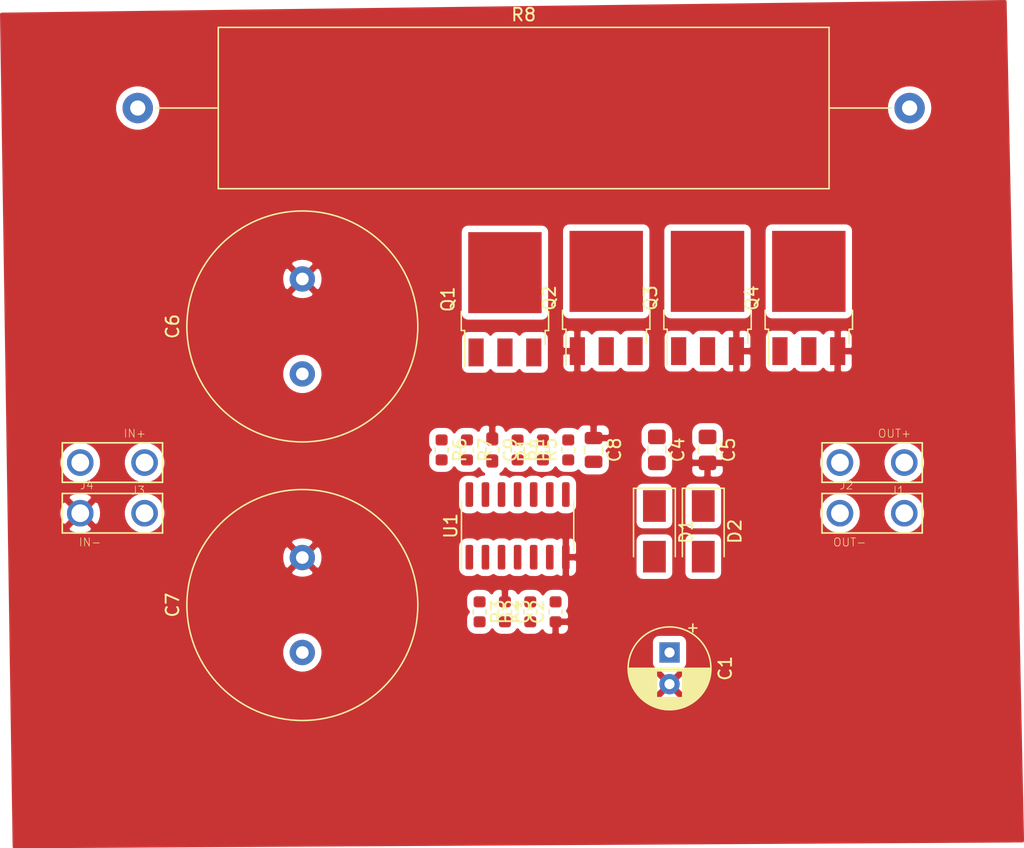
<source format=kicad_pcb>
(kicad_pcb (version 20171130) (host pcbnew "(5.0.1)-3")

  (general
    (thickness 1.6)
    (drawings 0)
    (tracks 0)
    (zones 0)
    (modules 28)
    (nets 19)
  )

  (page A4)
  (layers
    (0 F.Cu signal)
    (31 B.Cu signal)
    (32 B.Adhes user)
    (33 F.Adhes user)
    (34 B.Paste user)
    (35 F.Paste user)
    (36 B.SilkS user)
    (37 F.SilkS user)
    (38 B.Mask user)
    (39 F.Mask user)
    (40 Dwgs.User user)
    (41 Cmts.User user)
    (42 Eco1.User user)
    (43 Eco2.User user)
    (44 Edge.Cuts user)
    (45 Margin user)
    (46 B.CrtYd user)
    (47 F.CrtYd user)
    (48 B.Fab user)
    (49 F.Fab user)
  )

  (setup
    (last_trace_width 0.25)
    (trace_clearance 0.2)
    (zone_clearance 0.508)
    (zone_45_only no)
    (trace_min 0.2)
    (segment_width 0.2)
    (edge_width 0.05)
    (via_size 0.8)
    (via_drill 0.4)
    (via_min_size 0.4)
    (via_min_drill 0.3)
    (uvia_size 0.3)
    (uvia_drill 0.1)
    (uvias_allowed no)
    (uvia_min_size 0.2)
    (uvia_min_drill 0.1)
    (pcb_text_width 0.3)
    (pcb_text_size 1.5 1.5)
    (mod_edge_width 0.12)
    (mod_text_size 1 1)
    (mod_text_width 0.15)
    (pad_size 1.524 1.524)
    (pad_drill 0.762)
    (pad_to_mask_clearance 0.051)
    (solder_mask_min_width 0.25)
    (aux_axis_origin 0 0)
    (visible_elements 7FFFFFFF)
    (pcbplotparams
      (layerselection 0x010fc_ffffffff)
      (usegerberextensions false)
      (usegerberattributes false)
      (usegerberadvancedattributes false)
      (creategerberjobfile false)
      (excludeedgelayer true)
      (linewidth 0.100000)
      (plotframeref false)
      (viasonmask false)
      (mode 1)
      (useauxorigin false)
      (hpglpennumber 1)
      (hpglpenspeed 20)
      (hpglpendiameter 15.000000)
      (psnegative false)
      (psa4output false)
      (plotreference true)
      (plotvalue true)
      (plotinvisibletext false)
      (padsonsilk false)
      (subtractmaskfromsilk false)
      (outputformat 1)
      (mirror false)
      (drillshape 1)
      (scaleselection 1)
      (outputdirectory ""))
  )

  (net 0 "")
  (net 1 +12V)
  (net 2 GND)
  (net 3 "Net-(C2-Pad2)")
  (net 4 "Net-(C3-Pad2)")
  (net 5 "Net-(C4-Pad2)")
  (net 6 "Net-(C4-Pad1)")
  (net 7 +24V)
  (net 8 "Net-(C8-Pad2)")
  (net 9 "Net-(C9-Pad2)")
  (net 10 "Net-(J1-Pad1)")
  (net 11 /LED-)
  (net 12 /VDOUBLE_PWM)
  (net 13 "Net-(Q3-Pad1)")
  (net 14 /BLINK_PWM_INVERTED)
  (net 15 "Net-(R2-Pad2)")
  (net 16 "Net-(R3-Pad1)")
  (net 17 "Net-(R5-Pad2)")
  (net 18 "Net-(R6-Pad1)")

  (net_class Default "This is the default net class."
    (clearance 0.2)
    (trace_width 0.25)
    (via_dia 0.8)
    (via_drill 0.4)
    (uvia_dia 0.3)
    (uvia_drill 0.1)
    (add_net +12V)
    (add_net +24V)
    (add_net /BLINK_PWM_INVERTED)
    (add_net /LED-)
    (add_net /VDOUBLE_PWM)
    (add_net GND)
    (add_net "Net-(C2-Pad2)")
    (add_net "Net-(C3-Pad2)")
    (add_net "Net-(C4-Pad1)")
    (add_net "Net-(C4-Pad2)")
    (add_net "Net-(C8-Pad2)")
    (add_net "Net-(C9-Pad2)")
    (add_net "Net-(J1-Pad1)")
    (add_net "Net-(Q3-Pad1)")
    (add_net "Net-(R2-Pad2)")
    (add_net "Net-(R3-Pad1)")
    (add_net "Net-(R5-Pad2)")
    (add_net "Net-(R6-Pad1)")
  )

  (module Capacitor_THT:CP_Radial_D6.3mm_P2.50mm (layer F.Cu) (tedit 5AE50EF0) (tstamp 5D66C559)
    (at 141 116 270)
    (descr "CP, Radial series, Radial, pin pitch=2.50mm, , diameter=6.3mm, Electrolytic Capacitor")
    (tags "CP Radial series Radial pin pitch 2.50mm  diameter 6.3mm Electrolytic Capacitor")
    (path /5CD2370A)
    (fp_text reference C1 (at 1.25 -4.4 270) (layer F.SilkS)
      (effects (font (size 1 1) (thickness 0.15)))
    )
    (fp_text value 100u (at 1.25 4.4 270) (layer F.Fab)
      (effects (font (size 1 1) (thickness 0.15)))
    )
    (fp_circle (center 1.25 0) (end 4.4 0) (layer F.Fab) (width 0.1))
    (fp_circle (center 1.25 0) (end 4.52 0) (layer F.SilkS) (width 0.12))
    (fp_circle (center 1.25 0) (end 4.65 0) (layer F.CrtYd) (width 0.05))
    (fp_line (start -1.443972 -1.3735) (end -0.813972 -1.3735) (layer F.Fab) (width 0.1))
    (fp_line (start -1.128972 -1.6885) (end -1.128972 -1.0585) (layer F.Fab) (width 0.1))
    (fp_line (start 1.25 -3.23) (end 1.25 3.23) (layer F.SilkS) (width 0.12))
    (fp_line (start 1.29 -3.23) (end 1.29 3.23) (layer F.SilkS) (width 0.12))
    (fp_line (start 1.33 -3.23) (end 1.33 3.23) (layer F.SilkS) (width 0.12))
    (fp_line (start 1.37 -3.228) (end 1.37 3.228) (layer F.SilkS) (width 0.12))
    (fp_line (start 1.41 -3.227) (end 1.41 3.227) (layer F.SilkS) (width 0.12))
    (fp_line (start 1.45 -3.224) (end 1.45 3.224) (layer F.SilkS) (width 0.12))
    (fp_line (start 1.49 -3.222) (end 1.49 -1.04) (layer F.SilkS) (width 0.12))
    (fp_line (start 1.49 1.04) (end 1.49 3.222) (layer F.SilkS) (width 0.12))
    (fp_line (start 1.53 -3.218) (end 1.53 -1.04) (layer F.SilkS) (width 0.12))
    (fp_line (start 1.53 1.04) (end 1.53 3.218) (layer F.SilkS) (width 0.12))
    (fp_line (start 1.57 -3.215) (end 1.57 -1.04) (layer F.SilkS) (width 0.12))
    (fp_line (start 1.57 1.04) (end 1.57 3.215) (layer F.SilkS) (width 0.12))
    (fp_line (start 1.61 -3.211) (end 1.61 -1.04) (layer F.SilkS) (width 0.12))
    (fp_line (start 1.61 1.04) (end 1.61 3.211) (layer F.SilkS) (width 0.12))
    (fp_line (start 1.65 -3.206) (end 1.65 -1.04) (layer F.SilkS) (width 0.12))
    (fp_line (start 1.65 1.04) (end 1.65 3.206) (layer F.SilkS) (width 0.12))
    (fp_line (start 1.69 -3.201) (end 1.69 -1.04) (layer F.SilkS) (width 0.12))
    (fp_line (start 1.69 1.04) (end 1.69 3.201) (layer F.SilkS) (width 0.12))
    (fp_line (start 1.73 -3.195) (end 1.73 -1.04) (layer F.SilkS) (width 0.12))
    (fp_line (start 1.73 1.04) (end 1.73 3.195) (layer F.SilkS) (width 0.12))
    (fp_line (start 1.77 -3.189) (end 1.77 -1.04) (layer F.SilkS) (width 0.12))
    (fp_line (start 1.77 1.04) (end 1.77 3.189) (layer F.SilkS) (width 0.12))
    (fp_line (start 1.81 -3.182) (end 1.81 -1.04) (layer F.SilkS) (width 0.12))
    (fp_line (start 1.81 1.04) (end 1.81 3.182) (layer F.SilkS) (width 0.12))
    (fp_line (start 1.85 -3.175) (end 1.85 -1.04) (layer F.SilkS) (width 0.12))
    (fp_line (start 1.85 1.04) (end 1.85 3.175) (layer F.SilkS) (width 0.12))
    (fp_line (start 1.89 -3.167) (end 1.89 -1.04) (layer F.SilkS) (width 0.12))
    (fp_line (start 1.89 1.04) (end 1.89 3.167) (layer F.SilkS) (width 0.12))
    (fp_line (start 1.93 -3.159) (end 1.93 -1.04) (layer F.SilkS) (width 0.12))
    (fp_line (start 1.93 1.04) (end 1.93 3.159) (layer F.SilkS) (width 0.12))
    (fp_line (start 1.971 -3.15) (end 1.971 -1.04) (layer F.SilkS) (width 0.12))
    (fp_line (start 1.971 1.04) (end 1.971 3.15) (layer F.SilkS) (width 0.12))
    (fp_line (start 2.011 -3.141) (end 2.011 -1.04) (layer F.SilkS) (width 0.12))
    (fp_line (start 2.011 1.04) (end 2.011 3.141) (layer F.SilkS) (width 0.12))
    (fp_line (start 2.051 -3.131) (end 2.051 -1.04) (layer F.SilkS) (width 0.12))
    (fp_line (start 2.051 1.04) (end 2.051 3.131) (layer F.SilkS) (width 0.12))
    (fp_line (start 2.091 -3.121) (end 2.091 -1.04) (layer F.SilkS) (width 0.12))
    (fp_line (start 2.091 1.04) (end 2.091 3.121) (layer F.SilkS) (width 0.12))
    (fp_line (start 2.131 -3.11) (end 2.131 -1.04) (layer F.SilkS) (width 0.12))
    (fp_line (start 2.131 1.04) (end 2.131 3.11) (layer F.SilkS) (width 0.12))
    (fp_line (start 2.171 -3.098) (end 2.171 -1.04) (layer F.SilkS) (width 0.12))
    (fp_line (start 2.171 1.04) (end 2.171 3.098) (layer F.SilkS) (width 0.12))
    (fp_line (start 2.211 -3.086) (end 2.211 -1.04) (layer F.SilkS) (width 0.12))
    (fp_line (start 2.211 1.04) (end 2.211 3.086) (layer F.SilkS) (width 0.12))
    (fp_line (start 2.251 -3.074) (end 2.251 -1.04) (layer F.SilkS) (width 0.12))
    (fp_line (start 2.251 1.04) (end 2.251 3.074) (layer F.SilkS) (width 0.12))
    (fp_line (start 2.291 -3.061) (end 2.291 -1.04) (layer F.SilkS) (width 0.12))
    (fp_line (start 2.291 1.04) (end 2.291 3.061) (layer F.SilkS) (width 0.12))
    (fp_line (start 2.331 -3.047) (end 2.331 -1.04) (layer F.SilkS) (width 0.12))
    (fp_line (start 2.331 1.04) (end 2.331 3.047) (layer F.SilkS) (width 0.12))
    (fp_line (start 2.371 -3.033) (end 2.371 -1.04) (layer F.SilkS) (width 0.12))
    (fp_line (start 2.371 1.04) (end 2.371 3.033) (layer F.SilkS) (width 0.12))
    (fp_line (start 2.411 -3.018) (end 2.411 -1.04) (layer F.SilkS) (width 0.12))
    (fp_line (start 2.411 1.04) (end 2.411 3.018) (layer F.SilkS) (width 0.12))
    (fp_line (start 2.451 -3.002) (end 2.451 -1.04) (layer F.SilkS) (width 0.12))
    (fp_line (start 2.451 1.04) (end 2.451 3.002) (layer F.SilkS) (width 0.12))
    (fp_line (start 2.491 -2.986) (end 2.491 -1.04) (layer F.SilkS) (width 0.12))
    (fp_line (start 2.491 1.04) (end 2.491 2.986) (layer F.SilkS) (width 0.12))
    (fp_line (start 2.531 -2.97) (end 2.531 -1.04) (layer F.SilkS) (width 0.12))
    (fp_line (start 2.531 1.04) (end 2.531 2.97) (layer F.SilkS) (width 0.12))
    (fp_line (start 2.571 -2.952) (end 2.571 -1.04) (layer F.SilkS) (width 0.12))
    (fp_line (start 2.571 1.04) (end 2.571 2.952) (layer F.SilkS) (width 0.12))
    (fp_line (start 2.611 -2.934) (end 2.611 -1.04) (layer F.SilkS) (width 0.12))
    (fp_line (start 2.611 1.04) (end 2.611 2.934) (layer F.SilkS) (width 0.12))
    (fp_line (start 2.651 -2.916) (end 2.651 -1.04) (layer F.SilkS) (width 0.12))
    (fp_line (start 2.651 1.04) (end 2.651 2.916) (layer F.SilkS) (width 0.12))
    (fp_line (start 2.691 -2.896) (end 2.691 -1.04) (layer F.SilkS) (width 0.12))
    (fp_line (start 2.691 1.04) (end 2.691 2.896) (layer F.SilkS) (width 0.12))
    (fp_line (start 2.731 -2.876) (end 2.731 -1.04) (layer F.SilkS) (width 0.12))
    (fp_line (start 2.731 1.04) (end 2.731 2.876) (layer F.SilkS) (width 0.12))
    (fp_line (start 2.771 -2.856) (end 2.771 -1.04) (layer F.SilkS) (width 0.12))
    (fp_line (start 2.771 1.04) (end 2.771 2.856) (layer F.SilkS) (width 0.12))
    (fp_line (start 2.811 -2.834) (end 2.811 -1.04) (layer F.SilkS) (width 0.12))
    (fp_line (start 2.811 1.04) (end 2.811 2.834) (layer F.SilkS) (width 0.12))
    (fp_line (start 2.851 -2.812) (end 2.851 -1.04) (layer F.SilkS) (width 0.12))
    (fp_line (start 2.851 1.04) (end 2.851 2.812) (layer F.SilkS) (width 0.12))
    (fp_line (start 2.891 -2.79) (end 2.891 -1.04) (layer F.SilkS) (width 0.12))
    (fp_line (start 2.891 1.04) (end 2.891 2.79) (layer F.SilkS) (width 0.12))
    (fp_line (start 2.931 -2.766) (end 2.931 -1.04) (layer F.SilkS) (width 0.12))
    (fp_line (start 2.931 1.04) (end 2.931 2.766) (layer F.SilkS) (width 0.12))
    (fp_line (start 2.971 -2.742) (end 2.971 -1.04) (layer F.SilkS) (width 0.12))
    (fp_line (start 2.971 1.04) (end 2.971 2.742) (layer F.SilkS) (width 0.12))
    (fp_line (start 3.011 -2.716) (end 3.011 -1.04) (layer F.SilkS) (width 0.12))
    (fp_line (start 3.011 1.04) (end 3.011 2.716) (layer F.SilkS) (width 0.12))
    (fp_line (start 3.051 -2.69) (end 3.051 -1.04) (layer F.SilkS) (width 0.12))
    (fp_line (start 3.051 1.04) (end 3.051 2.69) (layer F.SilkS) (width 0.12))
    (fp_line (start 3.091 -2.664) (end 3.091 -1.04) (layer F.SilkS) (width 0.12))
    (fp_line (start 3.091 1.04) (end 3.091 2.664) (layer F.SilkS) (width 0.12))
    (fp_line (start 3.131 -2.636) (end 3.131 -1.04) (layer F.SilkS) (width 0.12))
    (fp_line (start 3.131 1.04) (end 3.131 2.636) (layer F.SilkS) (width 0.12))
    (fp_line (start 3.171 -2.607) (end 3.171 -1.04) (layer F.SilkS) (width 0.12))
    (fp_line (start 3.171 1.04) (end 3.171 2.607) (layer F.SilkS) (width 0.12))
    (fp_line (start 3.211 -2.578) (end 3.211 -1.04) (layer F.SilkS) (width 0.12))
    (fp_line (start 3.211 1.04) (end 3.211 2.578) (layer F.SilkS) (width 0.12))
    (fp_line (start 3.251 -2.548) (end 3.251 -1.04) (layer F.SilkS) (width 0.12))
    (fp_line (start 3.251 1.04) (end 3.251 2.548) (layer F.SilkS) (width 0.12))
    (fp_line (start 3.291 -2.516) (end 3.291 -1.04) (layer F.SilkS) (width 0.12))
    (fp_line (start 3.291 1.04) (end 3.291 2.516) (layer F.SilkS) (width 0.12))
    (fp_line (start 3.331 -2.484) (end 3.331 -1.04) (layer F.SilkS) (width 0.12))
    (fp_line (start 3.331 1.04) (end 3.331 2.484) (layer F.SilkS) (width 0.12))
    (fp_line (start 3.371 -2.45) (end 3.371 -1.04) (layer F.SilkS) (width 0.12))
    (fp_line (start 3.371 1.04) (end 3.371 2.45) (layer F.SilkS) (width 0.12))
    (fp_line (start 3.411 -2.416) (end 3.411 -1.04) (layer F.SilkS) (width 0.12))
    (fp_line (start 3.411 1.04) (end 3.411 2.416) (layer F.SilkS) (width 0.12))
    (fp_line (start 3.451 -2.38) (end 3.451 -1.04) (layer F.SilkS) (width 0.12))
    (fp_line (start 3.451 1.04) (end 3.451 2.38) (layer F.SilkS) (width 0.12))
    (fp_line (start 3.491 -2.343) (end 3.491 -1.04) (layer F.SilkS) (width 0.12))
    (fp_line (start 3.491 1.04) (end 3.491 2.343) (layer F.SilkS) (width 0.12))
    (fp_line (start 3.531 -2.305) (end 3.531 -1.04) (layer F.SilkS) (width 0.12))
    (fp_line (start 3.531 1.04) (end 3.531 2.305) (layer F.SilkS) (width 0.12))
    (fp_line (start 3.571 -2.265) (end 3.571 2.265) (layer F.SilkS) (width 0.12))
    (fp_line (start 3.611 -2.224) (end 3.611 2.224) (layer F.SilkS) (width 0.12))
    (fp_line (start 3.651 -2.182) (end 3.651 2.182) (layer F.SilkS) (width 0.12))
    (fp_line (start 3.691 -2.137) (end 3.691 2.137) (layer F.SilkS) (width 0.12))
    (fp_line (start 3.731 -2.092) (end 3.731 2.092) (layer F.SilkS) (width 0.12))
    (fp_line (start 3.771 -2.044) (end 3.771 2.044) (layer F.SilkS) (width 0.12))
    (fp_line (start 3.811 -1.995) (end 3.811 1.995) (layer F.SilkS) (width 0.12))
    (fp_line (start 3.851 -1.944) (end 3.851 1.944) (layer F.SilkS) (width 0.12))
    (fp_line (start 3.891 -1.89) (end 3.891 1.89) (layer F.SilkS) (width 0.12))
    (fp_line (start 3.931 -1.834) (end 3.931 1.834) (layer F.SilkS) (width 0.12))
    (fp_line (start 3.971 -1.776) (end 3.971 1.776) (layer F.SilkS) (width 0.12))
    (fp_line (start 4.011 -1.714) (end 4.011 1.714) (layer F.SilkS) (width 0.12))
    (fp_line (start 4.051 -1.65) (end 4.051 1.65) (layer F.SilkS) (width 0.12))
    (fp_line (start 4.091 -1.581) (end 4.091 1.581) (layer F.SilkS) (width 0.12))
    (fp_line (start 4.131 -1.509) (end 4.131 1.509) (layer F.SilkS) (width 0.12))
    (fp_line (start 4.171 -1.432) (end 4.171 1.432) (layer F.SilkS) (width 0.12))
    (fp_line (start 4.211 -1.35) (end 4.211 1.35) (layer F.SilkS) (width 0.12))
    (fp_line (start 4.251 -1.262) (end 4.251 1.262) (layer F.SilkS) (width 0.12))
    (fp_line (start 4.291 -1.165) (end 4.291 1.165) (layer F.SilkS) (width 0.12))
    (fp_line (start 4.331 -1.059) (end 4.331 1.059) (layer F.SilkS) (width 0.12))
    (fp_line (start 4.371 -0.94) (end 4.371 0.94) (layer F.SilkS) (width 0.12))
    (fp_line (start 4.411 -0.802) (end 4.411 0.802) (layer F.SilkS) (width 0.12))
    (fp_line (start 4.451 -0.633) (end 4.451 0.633) (layer F.SilkS) (width 0.12))
    (fp_line (start 4.491 -0.402) (end 4.491 0.402) (layer F.SilkS) (width 0.12))
    (fp_line (start -2.250241 -1.839) (end -1.620241 -1.839) (layer F.SilkS) (width 0.12))
    (fp_line (start -1.935241 -2.154) (end -1.935241 -1.524) (layer F.SilkS) (width 0.12))
    (fp_text user %R (at 1.25 0 270) (layer F.Fab)
      (effects (font (size 1 1) (thickness 0.15)))
    )
    (pad 1 thru_hole rect (at 0 0 270) (size 1.6 1.6) (drill 0.8) (layers *.Cu *.Mask)
      (net 1 +12V))
    (pad 2 thru_hole circle (at 2.5 0 270) (size 1.6 1.6) (drill 0.8) (layers *.Cu *.Mask)
      (net 2 GND))
    (model ${KISYS3DMOD}/Capacitor_THT.3dshapes/CP_Radial_D6.3mm_P2.50mm.wrl
      (at (xyz 0 0 0))
      (scale (xyz 1 1 1))
      (rotate (xyz 0 0 0))
    )
  )

  (module Capacitor_SMD:C_0603_1608Metric (layer F.Cu) (tedit 5B301BBE) (tstamp 5D66C56A)
    (at 132 112.7875 90)
    (descr "Capacitor SMD 0603 (1608 Metric), square (rectangular) end terminal, IPC_7351 nominal, (Body size source: http://www.tortai-tech.com/upload/download/2011102023233369053.pdf), generated with kicad-footprint-generator")
    (tags capacitor)
    (path /5CD0F5B1)
    (attr smd)
    (fp_text reference C2 (at 0 -1.43 90) (layer F.SilkS)
      (effects (font (size 1 1) (thickness 0.15)))
    )
    (fp_text value 10n (at 0 1.43 90) (layer F.Fab)
      (effects (font (size 1 1) (thickness 0.15)))
    )
    (fp_text user %R (at 0 0 90) (layer F.Fab)
      (effects (font (size 0.4 0.4) (thickness 0.06)))
    )
    (fp_line (start 1.48 0.73) (end -1.48 0.73) (layer F.CrtYd) (width 0.05))
    (fp_line (start 1.48 -0.73) (end 1.48 0.73) (layer F.CrtYd) (width 0.05))
    (fp_line (start -1.48 -0.73) (end 1.48 -0.73) (layer F.CrtYd) (width 0.05))
    (fp_line (start -1.48 0.73) (end -1.48 -0.73) (layer F.CrtYd) (width 0.05))
    (fp_line (start -0.162779 0.51) (end 0.162779 0.51) (layer F.SilkS) (width 0.12))
    (fp_line (start -0.162779 -0.51) (end 0.162779 -0.51) (layer F.SilkS) (width 0.12))
    (fp_line (start 0.8 0.4) (end -0.8 0.4) (layer F.Fab) (width 0.1))
    (fp_line (start 0.8 -0.4) (end 0.8 0.4) (layer F.Fab) (width 0.1))
    (fp_line (start -0.8 -0.4) (end 0.8 -0.4) (layer F.Fab) (width 0.1))
    (fp_line (start -0.8 0.4) (end -0.8 -0.4) (layer F.Fab) (width 0.1))
    (pad 2 smd roundrect (at 0.7875 0 90) (size 0.875 0.95) (layers F.Cu F.Paste F.Mask) (roundrect_rratio 0.25)
      (net 3 "Net-(C2-Pad2)"))
    (pad 1 smd roundrect (at -0.7875 0 90) (size 0.875 0.95) (layers F.Cu F.Paste F.Mask) (roundrect_rratio 0.25)
      (net 2 GND))
    (model ${KISYS3DMOD}/Capacitor_SMD.3dshapes/C_0603_1608Metric.wrl
      (at (xyz 0 0 0))
      (scale (xyz 1 1 1))
      (rotate (xyz 0 0 0))
    )
  )

  (module Capacitor_SMD:C_0603_1608Metric (layer F.Cu) (tedit 5B301BBE) (tstamp 5D7AB273)
    (at 128 112.7875 270)
    (descr "Capacitor SMD 0603 (1608 Metric), square (rectangular) end terminal, IPC_7351 nominal, (Body size source: http://www.tortai-tech.com/upload/download/2011102023233369053.pdf), generated with kicad-footprint-generator")
    (tags capacitor)
    (path /5CD129C3)
    (attr smd)
    (fp_text reference C3 (at 0 -1.43 270) (layer F.SilkS)
      (effects (font (size 1 1) (thickness 0.15)))
    )
    (fp_text value 0.01u (at 0 1.43 270) (layer F.Fab)
      (effects (font (size 1 1) (thickness 0.15)))
    )
    (fp_line (start -0.8 0.4) (end -0.8 -0.4) (layer F.Fab) (width 0.1))
    (fp_line (start -0.8 -0.4) (end 0.8 -0.4) (layer F.Fab) (width 0.1))
    (fp_line (start 0.8 -0.4) (end 0.8 0.4) (layer F.Fab) (width 0.1))
    (fp_line (start 0.8 0.4) (end -0.8 0.4) (layer F.Fab) (width 0.1))
    (fp_line (start -0.162779 -0.51) (end 0.162779 -0.51) (layer F.SilkS) (width 0.12))
    (fp_line (start -0.162779 0.51) (end 0.162779 0.51) (layer F.SilkS) (width 0.12))
    (fp_line (start -1.48 0.73) (end -1.48 -0.73) (layer F.CrtYd) (width 0.05))
    (fp_line (start -1.48 -0.73) (end 1.48 -0.73) (layer F.CrtYd) (width 0.05))
    (fp_line (start 1.48 -0.73) (end 1.48 0.73) (layer F.CrtYd) (width 0.05))
    (fp_line (start 1.48 0.73) (end -1.48 0.73) (layer F.CrtYd) (width 0.05))
    (fp_text user %R (at 0 0 270) (layer F.Fab)
      (effects (font (size 0.4 0.4) (thickness 0.06)))
    )
    (pad 1 smd roundrect (at -0.7875 0 270) (size 0.875 0.95) (layers F.Cu F.Paste F.Mask) (roundrect_rratio 0.25)
      (net 2 GND))
    (pad 2 smd roundrect (at 0.7875 0 270) (size 0.875 0.95) (layers F.Cu F.Paste F.Mask) (roundrect_rratio 0.25)
      (net 4 "Net-(C3-Pad2)"))
    (model ${KISYS3DMOD}/Capacitor_SMD.3dshapes/C_0603_1608Metric.wrl
      (at (xyz 0 0 0))
      (scale (xyz 1 1 1))
      (rotate (xyz 0 0 0))
    )
  )

  (module Capacitor_SMD:C_0805_2012Metric_Pad1.15x1.40mm_HandSolder (layer F.Cu) (tedit 5B36C52B) (tstamp 5D66C58C)
    (at 140 100 270)
    (descr "Capacitor SMD 0805 (2012 Metric), square (rectangular) end terminal, IPC_7351 nominal with elongated pad for handsoldering. (Body size source: https://docs.google.com/spreadsheets/d/1BsfQQcO9C6DZCsRaXUlFlo91Tg2WpOkGARC1WS5S8t0/edit?usp=sharing), generated with kicad-footprint-generator")
    (tags "capacitor handsolder")
    (path /5CD28F3E)
    (attr smd)
    (fp_text reference C4 (at 0 -1.65 270) (layer F.SilkS)
      (effects (font (size 1 1) (thickness 0.15)))
    )
    (fp_text value 10u (at 0 1.65 270) (layer F.Fab)
      (effects (font (size 1 1) (thickness 0.15)))
    )
    (fp_text user %R (at 0 0 270) (layer F.Fab)
      (effects (font (size 0.5 0.5) (thickness 0.08)))
    )
    (fp_line (start 1.85 0.95) (end -1.85 0.95) (layer F.CrtYd) (width 0.05))
    (fp_line (start 1.85 -0.95) (end 1.85 0.95) (layer F.CrtYd) (width 0.05))
    (fp_line (start -1.85 -0.95) (end 1.85 -0.95) (layer F.CrtYd) (width 0.05))
    (fp_line (start -1.85 0.95) (end -1.85 -0.95) (layer F.CrtYd) (width 0.05))
    (fp_line (start -0.261252 0.71) (end 0.261252 0.71) (layer F.SilkS) (width 0.12))
    (fp_line (start -0.261252 -0.71) (end 0.261252 -0.71) (layer F.SilkS) (width 0.12))
    (fp_line (start 1 0.6) (end -1 0.6) (layer F.Fab) (width 0.1))
    (fp_line (start 1 -0.6) (end 1 0.6) (layer F.Fab) (width 0.1))
    (fp_line (start -1 -0.6) (end 1 -0.6) (layer F.Fab) (width 0.1))
    (fp_line (start -1 0.6) (end -1 -0.6) (layer F.Fab) (width 0.1))
    (pad 2 smd roundrect (at 1.025 0 270) (size 1.15 1.4) (layers F.Cu F.Paste F.Mask) (roundrect_rratio 0.217391)
      (net 5 "Net-(C4-Pad2)"))
    (pad 1 smd roundrect (at -1.025 0 270) (size 1.15 1.4) (layers F.Cu F.Paste F.Mask) (roundrect_rratio 0.217391)
      (net 6 "Net-(C4-Pad1)"))
    (model ${KISYS3DMOD}/Capacitor_SMD.3dshapes/C_0805_2012Metric.wrl
      (at (xyz 0 0 0))
      (scale (xyz 1 1 1))
      (rotate (xyz 0 0 0))
    )
  )

  (module Capacitor_SMD:C_0805_2012Metric_Pad1.15x1.40mm_HandSolder (layer F.Cu) (tedit 5B36C52B) (tstamp 5D66C59D)
    (at 144 100 270)
    (descr "Capacitor SMD 0805 (2012 Metric), square (rectangular) end terminal, IPC_7351 nominal with elongated pad for handsoldering. (Body size source: https://docs.google.com/spreadsheets/d/1BsfQQcO9C6DZCsRaXUlFlo91Tg2WpOkGARC1WS5S8t0/edit?usp=sharing), generated with kicad-footprint-generator")
    (tags "capacitor handsolder")
    (path /5CD2A1A7)
    (attr smd)
    (fp_text reference C5 (at 0 -1.65 270) (layer F.SilkS)
      (effects (font (size 1 1) (thickness 0.15)))
    )
    (fp_text value 10u (at 0 1.65 270) (layer F.Fab)
      (effects (font (size 1 1) (thickness 0.15)))
    )
    (fp_line (start -1 0.6) (end -1 -0.6) (layer F.Fab) (width 0.1))
    (fp_line (start -1 -0.6) (end 1 -0.6) (layer F.Fab) (width 0.1))
    (fp_line (start 1 -0.6) (end 1 0.6) (layer F.Fab) (width 0.1))
    (fp_line (start 1 0.6) (end -1 0.6) (layer F.Fab) (width 0.1))
    (fp_line (start -0.261252 -0.71) (end 0.261252 -0.71) (layer F.SilkS) (width 0.12))
    (fp_line (start -0.261252 0.71) (end 0.261252 0.71) (layer F.SilkS) (width 0.12))
    (fp_line (start -1.85 0.95) (end -1.85 -0.95) (layer F.CrtYd) (width 0.05))
    (fp_line (start -1.85 -0.95) (end 1.85 -0.95) (layer F.CrtYd) (width 0.05))
    (fp_line (start 1.85 -0.95) (end 1.85 0.95) (layer F.CrtYd) (width 0.05))
    (fp_line (start 1.85 0.95) (end -1.85 0.95) (layer F.CrtYd) (width 0.05))
    (fp_text user %R (at 0 0 270) (layer F.Fab)
      (effects (font (size 0.5 0.5) (thickness 0.08)))
    )
    (pad 1 smd roundrect (at -1.025 0 270) (size 1.15 1.4) (layers F.Cu F.Paste F.Mask) (roundrect_rratio 0.217391)
      (net 7 +24V))
    (pad 2 smd roundrect (at 1.025 0 270) (size 1.15 1.4) (layers F.Cu F.Paste F.Mask) (roundrect_rratio 0.217391)
      (net 2 GND))
    (model ${KISYS3DMOD}/Capacitor_SMD.3dshapes/C_0805_2012Metric.wrl
      (at (xyz 0 0 0))
      (scale (xyz 1 1 1))
      (rotate (xyz 0 0 0))
    )
  )

  (module Capacitor_THT:C_Radial_D18.0mm_H35.5mm_P7.50mm (layer F.Cu) (tedit 5BC5C9BA) (tstamp 5D66C5A7)
    (at 112 94 90)
    (descr "C, Radial series, Radial, pin pitch=7.50mm, diameter=18mm, height=35.5mm, Non-Polar Electrolytic Capacitor")
    (tags "C Radial series Radial pin pitch 7.50mm diameter 18mm height 35.5mm Non-Polar Electrolytic Capacitor")
    (path /5D276BBD)
    (fp_text reference C6 (at 3.75 -10.25 90) (layer F.SilkS)
      (effects (font (size 1 1) (thickness 0.15)))
    )
    (fp_text value 4700uF (at 3.75 10.25 90) (layer F.Fab)
      (effects (font (size 1 1) (thickness 0.15)))
    )
    (fp_circle (center 3.75 0) (end 12.75 0) (layer F.Fab) (width 0.1))
    (fp_circle (center 3.75 0) (end 12.87 0) (layer F.SilkS) (width 0.12))
    (fp_circle (center 3.75 0) (end 13 0) (layer F.CrtYd) (width 0.05))
    (fp_text user %R (at 3.75 0 90) (layer F.Fab)
      (effects (font (size 1 1) (thickness 0.15)))
    )
    (pad 1 thru_hole circle (at 0 0 90) (size 2 2) (drill 1) (layers *.Cu *.Mask)
      (net 7 +24V))
    (pad 2 thru_hole circle (at 7.5 0 90) (size 2 2) (drill 1) (layers *.Cu *.Mask)
      (net 2 GND))
    (model ${KISYS3DMOD}/Capacitor_THT.3dshapes/C_Radial_D18.0mm_H35.5mm_P7.50mm.wrl
      (at (xyz 0 0 0))
      (scale (xyz 1 1 1))
      (rotate (xyz 0 0 0))
    )
  )

  (module Capacitor_THT:C_Radial_D18.0mm_H35.5mm_P7.50mm (layer F.Cu) (tedit 5BC5C9BA) (tstamp 5D66C5B1)
    (at 112 116 90)
    (descr "C, Radial series, Radial, pin pitch=7.50mm, diameter=18mm, height=35.5mm, Non-Polar Electrolytic Capacitor")
    (tags "C Radial series Radial pin pitch 7.50mm diameter 18mm height 35.5mm Non-Polar Electrolytic Capacitor")
    (path /5D27B2A9)
    (fp_text reference C7 (at 3.75 -10.25 90) (layer F.SilkS)
      (effects (font (size 1 1) (thickness 0.15)))
    )
    (fp_text value 4700uF (at 3.75 10.25 90) (layer F.Fab)
      (effects (font (size 1 1) (thickness 0.15)))
    )
    (fp_text user %R (at 3.75 0 90) (layer F.Fab)
      (effects (font (size 1 1) (thickness 0.15)))
    )
    (fp_circle (center 3.75 0) (end 13 0) (layer F.CrtYd) (width 0.05))
    (fp_circle (center 3.75 0) (end 12.87 0) (layer F.SilkS) (width 0.12))
    (fp_circle (center 3.75 0) (end 12.75 0) (layer F.Fab) (width 0.1))
    (pad 2 thru_hole circle (at 7.5 0 90) (size 2 2) (drill 1) (layers *.Cu *.Mask)
      (net 2 GND))
    (pad 1 thru_hole circle (at 0 0 90) (size 2 2) (drill 1) (layers *.Cu *.Mask)
      (net 7 +24V))
    (model ${KISYS3DMOD}/Capacitor_THT.3dshapes/C_Radial_D18.0mm_H35.5mm_P7.50mm.wrl
      (at (xyz 0 0 0))
      (scale (xyz 1 1 1))
      (rotate (xyz 0 0 0))
    )
  )

  (module Capacitor_SMD:C_0805_2012Metric (layer F.Cu) (tedit 5B36C52B) (tstamp 5D795131)
    (at 135 100 270)
    (descr "Capacitor SMD 0805 (2012 Metric), square (rectangular) end terminal, IPC_7351 nominal, (Body size source: https://docs.google.com/spreadsheets/d/1BsfQQcO9C6DZCsRaXUlFlo91Tg2WpOkGARC1WS5S8t0/edit?usp=sharing), generated with kicad-footprint-generator")
    (tags capacitor)
    (path /5D2D21AA)
    (attr smd)
    (fp_text reference C8 (at 0 -1.65 90) (layer F.SilkS)
      (effects (font (size 1 1) (thickness 0.15)))
    )
    (fp_text value 10u (at 0 1.65 90) (layer F.Fab)
      (effects (font (size 1 1) (thickness 0.15)))
    )
    (fp_line (start -1 0.6) (end -1 -0.6) (layer F.Fab) (width 0.1))
    (fp_line (start -1 -0.6) (end 1 -0.6) (layer F.Fab) (width 0.1))
    (fp_line (start 1 -0.6) (end 1 0.6) (layer F.Fab) (width 0.1))
    (fp_line (start 1 0.6) (end -1 0.6) (layer F.Fab) (width 0.1))
    (fp_line (start -0.258578 -0.71) (end 0.258578 -0.71) (layer F.SilkS) (width 0.12))
    (fp_line (start -0.258578 0.71) (end 0.258578 0.71) (layer F.SilkS) (width 0.12))
    (fp_line (start -1.68 0.95) (end -1.68 -0.95) (layer F.CrtYd) (width 0.05))
    (fp_line (start -1.68 -0.95) (end 1.68 -0.95) (layer F.CrtYd) (width 0.05))
    (fp_line (start 1.68 -0.95) (end 1.68 0.95) (layer F.CrtYd) (width 0.05))
    (fp_line (start 1.68 0.95) (end -1.68 0.95) (layer F.CrtYd) (width 0.05))
    (fp_text user %R (at 0 0 90) (layer F.Fab)
      (effects (font (size 0.5 0.5) (thickness 0.08)))
    )
    (pad 1 smd roundrect (at -0.9375 0 270) (size 0.975 1.4) (layers F.Cu F.Paste F.Mask) (roundrect_rratio 0.25)
      (net 2 GND))
    (pad 2 smd roundrect (at 0.9375 0 270) (size 0.975 1.4) (layers F.Cu F.Paste F.Mask) (roundrect_rratio 0.25)
      (net 8 "Net-(C8-Pad2)"))
    (model ${KISYS3DMOD}/Capacitor_SMD.3dshapes/C_0805_2012Metric.wrl
      (at (xyz 0 0 0))
      (scale (xyz 1 1 1))
      (rotate (xyz 0 0 0))
    )
  )

  (module Capacitor_SMD:C_0603_1608Metric_Pad1.05x0.95mm_HandSolder (layer F.Cu) (tedit 5B301BBE) (tstamp 5D66C5D3)
    (at 127 100 270)
    (descr "Capacitor SMD 0603 (1608 Metric), square (rectangular) end terminal, IPC_7351 nominal with elongated pad for handsoldering. (Body size source: http://www.tortai-tech.com/upload/download/2011102023233369053.pdf), generated with kicad-footprint-generator")
    (tags "capacitor handsolder")
    (path /5D2D21BF)
    (attr smd)
    (fp_text reference C9 (at 0 -1.43 90) (layer F.SilkS)
      (effects (font (size 1 1) (thickness 0.15)))
    )
    (fp_text value 0.01 (at 0 1.43 90) (layer F.Fab)
      (effects (font (size 1 1) (thickness 0.15)))
    )
    (fp_line (start -0.8 0.4) (end -0.8 -0.4) (layer F.Fab) (width 0.1))
    (fp_line (start -0.8 -0.4) (end 0.8 -0.4) (layer F.Fab) (width 0.1))
    (fp_line (start 0.8 -0.4) (end 0.8 0.4) (layer F.Fab) (width 0.1))
    (fp_line (start 0.8 0.4) (end -0.8 0.4) (layer F.Fab) (width 0.1))
    (fp_line (start -0.171267 -0.51) (end 0.171267 -0.51) (layer F.SilkS) (width 0.12))
    (fp_line (start -0.171267 0.51) (end 0.171267 0.51) (layer F.SilkS) (width 0.12))
    (fp_line (start -1.65 0.73) (end -1.65 -0.73) (layer F.CrtYd) (width 0.05))
    (fp_line (start -1.65 -0.73) (end 1.65 -0.73) (layer F.CrtYd) (width 0.05))
    (fp_line (start 1.65 -0.73) (end 1.65 0.73) (layer F.CrtYd) (width 0.05))
    (fp_line (start 1.65 0.73) (end -1.65 0.73) (layer F.CrtYd) (width 0.05))
    (fp_text user %R (at 0 0 90) (layer F.Fab)
      (effects (font (size 0.4 0.4) (thickness 0.06)))
    )
    (pad 1 smd roundrect (at -0.875 0 270) (size 1.05 0.95) (layers F.Cu F.Paste F.Mask) (roundrect_rratio 0.25)
      (net 2 GND))
    (pad 2 smd roundrect (at 0.875 0 270) (size 1.05 0.95) (layers F.Cu F.Paste F.Mask) (roundrect_rratio 0.25)
      (net 9 "Net-(C9-Pad2)"))
    (model ${KISYS3DMOD}/Capacitor_SMD.3dshapes/C_0603_1608Metric.wrl
      (at (xyz 0 0 0))
      (scale (xyz 1 1 1))
      (rotate (xyz 0 0 0))
    )
  )

  (module Diode_SMD:D_SMA (layer F.Cu) (tedit 586432E5) (tstamp 5D66C5EB)
    (at 139.80593 106.432102 270)
    (descr "Diode SMA (DO-214AC)")
    (tags "Diode SMA (DO-214AC)")
    (path /5CD27E8C)
    (attr smd)
    (fp_text reference D1 (at 0 -2.5 270) (layer F.SilkS)
      (effects (font (size 1 1) (thickness 0.15)))
    )
    (fp_text value 1N4001 (at 0 2.6 270) (layer F.Fab)
      (effects (font (size 1 1) (thickness 0.15)))
    )
    (fp_text user %R (at 0 -2.5 270) (layer F.Fab)
      (effects (font (size 1 1) (thickness 0.15)))
    )
    (fp_line (start -3.4 -1.65) (end -3.4 1.65) (layer F.SilkS) (width 0.12))
    (fp_line (start 2.3 1.5) (end -2.3 1.5) (layer F.Fab) (width 0.1))
    (fp_line (start -2.3 1.5) (end -2.3 -1.5) (layer F.Fab) (width 0.1))
    (fp_line (start 2.3 -1.5) (end 2.3 1.5) (layer F.Fab) (width 0.1))
    (fp_line (start 2.3 -1.5) (end -2.3 -1.5) (layer F.Fab) (width 0.1))
    (fp_line (start -3.5 -1.75) (end 3.5 -1.75) (layer F.CrtYd) (width 0.05))
    (fp_line (start 3.5 -1.75) (end 3.5 1.75) (layer F.CrtYd) (width 0.05))
    (fp_line (start 3.5 1.75) (end -3.5 1.75) (layer F.CrtYd) (width 0.05))
    (fp_line (start -3.5 1.75) (end -3.5 -1.75) (layer F.CrtYd) (width 0.05))
    (fp_line (start -0.64944 0.00102) (end -1.55114 0.00102) (layer F.Fab) (width 0.1))
    (fp_line (start 0.50118 0.00102) (end 1.4994 0.00102) (layer F.Fab) (width 0.1))
    (fp_line (start -0.64944 -0.79908) (end -0.64944 0.80112) (layer F.Fab) (width 0.1))
    (fp_line (start 0.50118 0.75032) (end 0.50118 -0.79908) (layer F.Fab) (width 0.1))
    (fp_line (start -0.64944 0.00102) (end 0.50118 0.75032) (layer F.Fab) (width 0.1))
    (fp_line (start -0.64944 0.00102) (end 0.50118 -0.79908) (layer F.Fab) (width 0.1))
    (fp_line (start -3.4 1.65) (end 2 1.65) (layer F.SilkS) (width 0.12))
    (fp_line (start -3.4 -1.65) (end 2 -1.65) (layer F.SilkS) (width 0.12))
    (pad 1 smd rect (at -2 0 270) (size 2.5 1.8) (layers F.Cu F.Paste F.Mask)
      (net 6 "Net-(C4-Pad1)"))
    (pad 2 smd rect (at 2 0 270) (size 2.5 1.8) (layers F.Cu F.Paste F.Mask)
      (net 1 +12V))
    (model ${KISYS3DMOD}/Diode_SMD.3dshapes/D_SMA.wrl
      (at (xyz 0 0 0))
      (scale (xyz 1 1 1))
      (rotate (xyz 0 0 0))
    )
  )

  (module Diode_SMD:D_SMA (layer F.Cu) (tedit 586432E5) (tstamp 5D66C603)
    (at 143.662529 106.432102 270)
    (descr "Diode SMA (DO-214AC)")
    (tags "Diode SMA (DO-214AC)")
    (path /5CD287F7)
    (attr smd)
    (fp_text reference D2 (at 0 -2.5 270) (layer F.SilkS)
      (effects (font (size 1 1) (thickness 0.15)))
    )
    (fp_text value 1N4001 (at 0 2.6 270) (layer F.Fab)
      (effects (font (size 1 1) (thickness 0.15)))
    )
    (fp_line (start -3.4 -1.65) (end 2 -1.65) (layer F.SilkS) (width 0.12))
    (fp_line (start -3.4 1.65) (end 2 1.65) (layer F.SilkS) (width 0.12))
    (fp_line (start -0.64944 0.00102) (end 0.50118 -0.79908) (layer F.Fab) (width 0.1))
    (fp_line (start -0.64944 0.00102) (end 0.50118 0.75032) (layer F.Fab) (width 0.1))
    (fp_line (start 0.50118 0.75032) (end 0.50118 -0.79908) (layer F.Fab) (width 0.1))
    (fp_line (start -0.64944 -0.79908) (end -0.64944 0.80112) (layer F.Fab) (width 0.1))
    (fp_line (start 0.50118 0.00102) (end 1.4994 0.00102) (layer F.Fab) (width 0.1))
    (fp_line (start -0.64944 0.00102) (end -1.55114 0.00102) (layer F.Fab) (width 0.1))
    (fp_line (start -3.5 1.75) (end -3.5 -1.75) (layer F.CrtYd) (width 0.05))
    (fp_line (start 3.5 1.75) (end -3.5 1.75) (layer F.CrtYd) (width 0.05))
    (fp_line (start 3.5 -1.75) (end 3.5 1.75) (layer F.CrtYd) (width 0.05))
    (fp_line (start -3.5 -1.75) (end 3.5 -1.75) (layer F.CrtYd) (width 0.05))
    (fp_line (start 2.3 -1.5) (end -2.3 -1.5) (layer F.Fab) (width 0.1))
    (fp_line (start 2.3 -1.5) (end 2.3 1.5) (layer F.Fab) (width 0.1))
    (fp_line (start -2.3 1.5) (end -2.3 -1.5) (layer F.Fab) (width 0.1))
    (fp_line (start 2.3 1.5) (end -2.3 1.5) (layer F.Fab) (width 0.1))
    (fp_line (start -3.4 -1.65) (end -3.4 1.65) (layer F.SilkS) (width 0.12))
    (fp_text user %R (at 0 -2.5 270) (layer F.Fab)
      (effects (font (size 1 1) (thickness 0.15)))
    )
    (pad 2 smd rect (at 2 0 270) (size 2.5 1.8) (layers F.Cu F.Paste F.Mask)
      (net 6 "Net-(C4-Pad1)"))
    (pad 1 smd rect (at -2 0 270) (size 2.5 1.8) (layers F.Cu F.Paste F.Mask)
      (net 7 +24V))
    (model ${KISYS3DMOD}/Diode_SMD.3dshapes/D_SMA.wrl
      (at (xyz 0 0 0))
      (scale (xyz 1 1 1))
      (rotate (xyz 0 0 0))
    )
  )

  (module 1217861-1:TE_1217861-1 (layer F.Cu) (tedit 0) (tstamp 5D66C611)
    (at 157 101 180)
    (path /5D65087F)
    (fp_text reference J1 (at -2.02551 -2.20761) (layer F.SilkS)
      (effects (font (size 0.640353 0.640353) (thickness 0.05)))
    )
    (fp_text value OUT+ (at -1.7689 2.29477) (layer F.SilkS)
      (effects (font (size 0.640327 0.640327) (thickness 0.05)))
    )
    (fp_line (start -3.96 -1.56) (end 3.96 -1.56) (layer F.SilkS) (width 0.127))
    (fp_line (start 3.96 -1.56) (end 3.96 1.56) (layer F.SilkS) (width 0.127))
    (fp_line (start 3.96 1.56) (end -3.96 1.56) (layer F.SilkS) (width 0.127))
    (fp_line (start -3.96 1.56) (end -3.96 -1.56) (layer F.SilkS) (width 0.127))
    (fp_line (start -4.21 -1.81) (end 4.21 -1.81) (layer Eco1.User) (width 0.05))
    (fp_line (start 4.21 -1.81) (end 4.21 1.81) (layer Eco1.User) (width 0.05))
    (fp_line (start 4.21 1.81) (end -4.21 1.81) (layer Eco1.User) (width 0.05))
    (fp_line (start -4.21 1.81) (end -4.21 -1.81) (layer Eco1.User) (width 0.05))
    (pad 1 thru_hole circle (at -2.54 0 180) (size 2.1 2.1) (drill 1.4) (layers *.Cu *.Mask)
      (net 10 "Net-(J1-Pad1)"))
    (pad 2 thru_hole circle (at 2.54 0 180) (size 2.1 2.1) (drill 1.4) (layers *.Cu *.Mask))
  )

  (module 1217861-1:TE_1217861-1 (layer F.Cu) (tedit 0) (tstamp 5D66C61F)
    (at 157 105)
    (path /5D650885)
    (fp_text reference J2 (at -2.02551 -2.20761) (layer F.SilkS)
      (effects (font (size 0.640353 0.640353) (thickness 0.05)))
    )
    (fp_text value OUT- (at -1.7689 2.29477) (layer F.SilkS)
      (effects (font (size 0.640327 0.640327) (thickness 0.05)))
    )
    (fp_line (start -4.21 1.81) (end -4.21 -1.81) (layer Eco1.User) (width 0.05))
    (fp_line (start 4.21 1.81) (end -4.21 1.81) (layer Eco1.User) (width 0.05))
    (fp_line (start 4.21 -1.81) (end 4.21 1.81) (layer Eco1.User) (width 0.05))
    (fp_line (start -4.21 -1.81) (end 4.21 -1.81) (layer Eco1.User) (width 0.05))
    (fp_line (start -3.96 1.56) (end -3.96 -1.56) (layer F.SilkS) (width 0.127))
    (fp_line (start 3.96 1.56) (end -3.96 1.56) (layer F.SilkS) (width 0.127))
    (fp_line (start 3.96 -1.56) (end 3.96 1.56) (layer F.SilkS) (width 0.127))
    (fp_line (start -3.96 -1.56) (end 3.96 -1.56) (layer F.SilkS) (width 0.127))
    (pad 2 thru_hole circle (at 2.54 0) (size 2.1 2.1) (drill 1.4) (layers *.Cu *.Mask))
    (pad 1 thru_hole circle (at -2.54 0) (size 2.1 2.1) (drill 1.4) (layers *.Cu *.Mask)
      (net 11 /LED-))
  )

  (module 1217861-1:TE_1217861-1 (layer F.Cu) (tedit 0) (tstamp 5D66C62D)
    (at 97 101 180)
    (path /5D64C9F5)
    (fp_text reference J3 (at -2.02551 -2.20761) (layer F.SilkS)
      (effects (font (size 0.640353 0.640353) (thickness 0.05)))
    )
    (fp_text value IN+ (at -1.7689 2.29477) (layer F.SilkS)
      (effects (font (size 0.640327 0.640327) (thickness 0.05)))
    )
    (fp_line (start -3.96 -1.56) (end 3.96 -1.56) (layer F.SilkS) (width 0.127))
    (fp_line (start 3.96 -1.56) (end 3.96 1.56) (layer F.SilkS) (width 0.127))
    (fp_line (start 3.96 1.56) (end -3.96 1.56) (layer F.SilkS) (width 0.127))
    (fp_line (start -3.96 1.56) (end -3.96 -1.56) (layer F.SilkS) (width 0.127))
    (fp_line (start -4.21 -1.81) (end 4.21 -1.81) (layer Eco1.User) (width 0.05))
    (fp_line (start 4.21 -1.81) (end 4.21 1.81) (layer Eco1.User) (width 0.05))
    (fp_line (start 4.21 1.81) (end -4.21 1.81) (layer Eco1.User) (width 0.05))
    (fp_line (start -4.21 1.81) (end -4.21 -1.81) (layer Eco1.User) (width 0.05))
    (pad 1 thru_hole circle (at -2.54 0 180) (size 2.1 2.1) (drill 1.4) (layers *.Cu *.Mask)
      (net 1 +12V))
    (pad 2 thru_hole circle (at 2.54 0 180) (size 2.1 2.1) (drill 1.4) (layers *.Cu *.Mask))
  )

  (module 1217861-1:TE_1217861-1 (layer F.Cu) (tedit 0) (tstamp 5D66C63B)
    (at 97 105)
    (path /5D64D107)
    (fp_text reference J4 (at -2.02551 -2.20761) (layer F.SilkS)
      (effects (font (size 0.640353 0.640353) (thickness 0.05)))
    )
    (fp_text value IN- (at -1.7689 2.29477) (layer F.SilkS)
      (effects (font (size 0.640327 0.640327) (thickness 0.05)))
    )
    (fp_line (start -4.21 1.81) (end -4.21 -1.81) (layer Eco1.User) (width 0.05))
    (fp_line (start 4.21 1.81) (end -4.21 1.81) (layer Eco1.User) (width 0.05))
    (fp_line (start 4.21 -1.81) (end 4.21 1.81) (layer Eco1.User) (width 0.05))
    (fp_line (start -4.21 -1.81) (end 4.21 -1.81) (layer Eco1.User) (width 0.05))
    (fp_line (start -3.96 1.56) (end -3.96 -1.56) (layer F.SilkS) (width 0.127))
    (fp_line (start 3.96 1.56) (end -3.96 1.56) (layer F.SilkS) (width 0.127))
    (fp_line (start 3.96 -1.56) (end 3.96 1.56) (layer F.SilkS) (width 0.127))
    (fp_line (start -3.96 -1.56) (end 3.96 -1.56) (layer F.SilkS) (width 0.127))
    (pad 2 thru_hole circle (at 2.54 0) (size 2.1 2.1) (drill 1.4) (layers *.Cu *.Mask))
    (pad 1 thru_hole circle (at -2.54 0) (size 2.1 2.1) (drill 1.4) (layers *.Cu *.Mask)
      (net 2 GND))
  )

  (module Package_TO_SOT_SMD:TO-252-3_TabPin2 (layer F.Cu) (tedit 5A70F30B) (tstamp 5D66C663)
    (at 128 88.1 90)
    (descr "TO-252 / DPAK SMD package, http://www.infineon.com/cms/en/product/packages/PG-TO252/PG-TO252-3-1/")
    (tags "DPAK TO-252 DPAK-3 TO-252-3 SOT-428")
    (path /5CD1C3D0)
    (attr smd)
    (fp_text reference Q1 (at 0 -4.5 90) (layer F.SilkS)
      (effects (font (size 1 1) (thickness 0.15)))
    )
    (fp_text value Q_PMOS_DGS (at 0 4.5 90) (layer F.Fab)
      (effects (font (size 1 1) (thickness 0.15)))
    )
    (fp_line (start 3.95 -2.7) (end 4.95 -2.7) (layer F.Fab) (width 0.1))
    (fp_line (start 4.95 -2.7) (end 4.95 2.7) (layer F.Fab) (width 0.1))
    (fp_line (start 4.95 2.7) (end 3.95 2.7) (layer F.Fab) (width 0.1))
    (fp_line (start 3.95 -3.25) (end 3.95 3.25) (layer F.Fab) (width 0.1))
    (fp_line (start 3.95 3.25) (end -2.27 3.25) (layer F.Fab) (width 0.1))
    (fp_line (start -2.27 3.25) (end -2.27 -2.25) (layer F.Fab) (width 0.1))
    (fp_line (start -2.27 -2.25) (end -1.27 -3.25) (layer F.Fab) (width 0.1))
    (fp_line (start -1.27 -3.25) (end 3.95 -3.25) (layer F.Fab) (width 0.1))
    (fp_line (start -1.865 -2.655) (end -4.97 -2.655) (layer F.Fab) (width 0.1))
    (fp_line (start -4.97 -2.655) (end -4.97 -1.905) (layer F.Fab) (width 0.1))
    (fp_line (start -4.97 -1.905) (end -2.27 -1.905) (layer F.Fab) (width 0.1))
    (fp_line (start -2.27 -0.375) (end -4.97 -0.375) (layer F.Fab) (width 0.1))
    (fp_line (start -4.97 -0.375) (end -4.97 0.375) (layer F.Fab) (width 0.1))
    (fp_line (start -4.97 0.375) (end -2.27 0.375) (layer F.Fab) (width 0.1))
    (fp_line (start -2.27 1.905) (end -4.97 1.905) (layer F.Fab) (width 0.1))
    (fp_line (start -4.97 1.905) (end -4.97 2.655) (layer F.Fab) (width 0.1))
    (fp_line (start -4.97 2.655) (end -2.27 2.655) (layer F.Fab) (width 0.1))
    (fp_line (start -0.97 -3.45) (end -2.47 -3.45) (layer F.SilkS) (width 0.12))
    (fp_line (start -2.47 -3.45) (end -2.47 -3.18) (layer F.SilkS) (width 0.12))
    (fp_line (start -2.47 -3.18) (end -5.3 -3.18) (layer F.SilkS) (width 0.12))
    (fp_line (start -0.97 3.45) (end -2.47 3.45) (layer F.SilkS) (width 0.12))
    (fp_line (start -2.47 3.45) (end -2.47 3.18) (layer F.SilkS) (width 0.12))
    (fp_line (start -2.47 3.18) (end -3.57 3.18) (layer F.SilkS) (width 0.12))
    (fp_line (start -5.55 -3.5) (end -5.55 3.5) (layer F.CrtYd) (width 0.05))
    (fp_line (start -5.55 3.5) (end 5.55 3.5) (layer F.CrtYd) (width 0.05))
    (fp_line (start 5.55 3.5) (end 5.55 -3.5) (layer F.CrtYd) (width 0.05))
    (fp_line (start 5.55 -3.5) (end -5.55 -3.5) (layer F.CrtYd) (width 0.05))
    (fp_text user %R (at 0 0 90) (layer F.Fab)
      (effects (font (size 1 1) (thickness 0.15)))
    )
    (pad 1 smd rect (at -4.2 -2.28 90) (size 2.2 1.2) (layers F.Cu F.Paste F.Mask)
      (net 1 +12V))
    (pad 2 smd rect (at -4.2 0 90) (size 2.2 1.2) (layers F.Cu F.Paste F.Mask)
      (net 12 /VDOUBLE_PWM))
    (pad 3 smd rect (at -4.2 2.28 90) (size 2.2 1.2) (layers F.Cu F.Paste F.Mask)
      (net 5 "Net-(C4-Pad2)"))
    (pad 2 smd rect (at 2.1 0 90) (size 6.4 5.8) (layers F.Cu F.Mask)
      (net 12 /VDOUBLE_PWM))
    (pad "" smd rect (at 3.775 1.525 90) (size 3.05 2.75) (layers F.Paste))
    (pad "" smd rect (at 0.425 -1.525 90) (size 3.05 2.75) (layers F.Paste))
    (pad "" smd rect (at 3.775 -1.525 90) (size 3.05 2.75) (layers F.Paste))
    (pad "" smd rect (at 0.425 1.525 90) (size 3.05 2.75) (layers F.Paste))
    (model ${KISYS3DMOD}/Package_TO_SOT_SMD.3dshapes/TO-252-3_TabPin2.wrl
      (at (xyz 0 0 0))
      (scale (xyz 1 1 1))
      (rotate (xyz 0 0 0))
    )
  )

  (module Package_TO_SOT_SMD:TO-252-3_TabPin2 (layer F.Cu) (tedit 5A70F30B) (tstamp 5D66C68B)
    (at 136 88 90)
    (descr "TO-252 / DPAK SMD package, http://www.infineon.com/cms/en/product/packages/PG-TO252/PG-TO252-3-1/")
    (tags "DPAK TO-252 DPAK-3 TO-252-3 SOT-428")
    (path /5CD1AB97)
    (attr smd)
    (fp_text reference Q2 (at 0 -4.5 90) (layer F.SilkS)
      (effects (font (size 1 1) (thickness 0.15)))
    )
    (fp_text value Q_NMOS_DGS (at 0 4.5 90) (layer F.Fab)
      (effects (font (size 1 1) (thickness 0.15)))
    )
    (fp_text user %R (at 0 0 90) (layer F.Fab)
      (effects (font (size 1 1) (thickness 0.15)))
    )
    (fp_line (start 5.55 -3.5) (end -5.55 -3.5) (layer F.CrtYd) (width 0.05))
    (fp_line (start 5.55 3.5) (end 5.55 -3.5) (layer F.CrtYd) (width 0.05))
    (fp_line (start -5.55 3.5) (end 5.55 3.5) (layer F.CrtYd) (width 0.05))
    (fp_line (start -5.55 -3.5) (end -5.55 3.5) (layer F.CrtYd) (width 0.05))
    (fp_line (start -2.47 3.18) (end -3.57 3.18) (layer F.SilkS) (width 0.12))
    (fp_line (start -2.47 3.45) (end -2.47 3.18) (layer F.SilkS) (width 0.12))
    (fp_line (start -0.97 3.45) (end -2.47 3.45) (layer F.SilkS) (width 0.12))
    (fp_line (start -2.47 -3.18) (end -5.3 -3.18) (layer F.SilkS) (width 0.12))
    (fp_line (start -2.47 -3.45) (end -2.47 -3.18) (layer F.SilkS) (width 0.12))
    (fp_line (start -0.97 -3.45) (end -2.47 -3.45) (layer F.SilkS) (width 0.12))
    (fp_line (start -4.97 2.655) (end -2.27 2.655) (layer F.Fab) (width 0.1))
    (fp_line (start -4.97 1.905) (end -4.97 2.655) (layer F.Fab) (width 0.1))
    (fp_line (start -2.27 1.905) (end -4.97 1.905) (layer F.Fab) (width 0.1))
    (fp_line (start -4.97 0.375) (end -2.27 0.375) (layer F.Fab) (width 0.1))
    (fp_line (start -4.97 -0.375) (end -4.97 0.375) (layer F.Fab) (width 0.1))
    (fp_line (start -2.27 -0.375) (end -4.97 -0.375) (layer F.Fab) (width 0.1))
    (fp_line (start -4.97 -1.905) (end -2.27 -1.905) (layer F.Fab) (width 0.1))
    (fp_line (start -4.97 -2.655) (end -4.97 -1.905) (layer F.Fab) (width 0.1))
    (fp_line (start -1.865 -2.655) (end -4.97 -2.655) (layer F.Fab) (width 0.1))
    (fp_line (start -1.27 -3.25) (end 3.95 -3.25) (layer F.Fab) (width 0.1))
    (fp_line (start -2.27 -2.25) (end -1.27 -3.25) (layer F.Fab) (width 0.1))
    (fp_line (start -2.27 3.25) (end -2.27 -2.25) (layer F.Fab) (width 0.1))
    (fp_line (start 3.95 3.25) (end -2.27 3.25) (layer F.Fab) (width 0.1))
    (fp_line (start 3.95 -3.25) (end 3.95 3.25) (layer F.Fab) (width 0.1))
    (fp_line (start 4.95 2.7) (end 3.95 2.7) (layer F.Fab) (width 0.1))
    (fp_line (start 4.95 -2.7) (end 4.95 2.7) (layer F.Fab) (width 0.1))
    (fp_line (start 3.95 -2.7) (end 4.95 -2.7) (layer F.Fab) (width 0.1))
    (pad "" smd rect (at 0.425 1.525 90) (size 3.05 2.75) (layers F.Paste))
    (pad "" smd rect (at 3.775 -1.525 90) (size 3.05 2.75) (layers F.Paste))
    (pad "" smd rect (at 0.425 -1.525 90) (size 3.05 2.75) (layers F.Paste))
    (pad "" smd rect (at 3.775 1.525 90) (size 3.05 2.75) (layers F.Paste))
    (pad 2 smd rect (at 2.1 0 90) (size 6.4 5.8) (layers F.Cu F.Mask)
      (net 12 /VDOUBLE_PWM))
    (pad 3 smd rect (at -4.2 2.28 90) (size 2.2 1.2) (layers F.Cu F.Paste F.Mask)
      (net 5 "Net-(C4-Pad2)"))
    (pad 2 smd rect (at -4.2 0 90) (size 2.2 1.2) (layers F.Cu F.Paste F.Mask)
      (net 12 /VDOUBLE_PWM))
    (pad 1 smd rect (at -4.2 -2.28 90) (size 2.2 1.2) (layers F.Cu F.Paste F.Mask)
      (net 2 GND))
    (model ${KISYS3DMOD}/Package_TO_SOT_SMD.3dshapes/TO-252-3_TabPin2.wrl
      (at (xyz 0 0 0))
      (scale (xyz 1 1 1))
      (rotate (xyz 0 0 0))
    )
  )

  (module Package_TO_SOT_SMD:TO-252-3_TabPin2 (layer F.Cu) (tedit 5A70F30B) (tstamp 5D66C6B3)
    (at 144 88 90)
    (descr "TO-252 / DPAK SMD package, http://www.infineon.com/cms/en/product/packages/PG-TO252/PG-TO252-3-1/")
    (tags "DPAK TO-252 DPAK-3 TO-252-3 SOT-428")
    (path /5CD39BB5)
    (attr smd)
    (fp_text reference Q3 (at 0 -4.5 90) (layer F.SilkS)
      (effects (font (size 1 1) (thickness 0.15)))
    )
    (fp_text value Q_NMOS_DGS (at 0 4.5 90) (layer F.Fab)
      (effects (font (size 1 1) (thickness 0.15)))
    )
    (fp_line (start 3.95 -2.7) (end 4.95 -2.7) (layer F.Fab) (width 0.1))
    (fp_line (start 4.95 -2.7) (end 4.95 2.7) (layer F.Fab) (width 0.1))
    (fp_line (start 4.95 2.7) (end 3.95 2.7) (layer F.Fab) (width 0.1))
    (fp_line (start 3.95 -3.25) (end 3.95 3.25) (layer F.Fab) (width 0.1))
    (fp_line (start 3.95 3.25) (end -2.27 3.25) (layer F.Fab) (width 0.1))
    (fp_line (start -2.27 3.25) (end -2.27 -2.25) (layer F.Fab) (width 0.1))
    (fp_line (start -2.27 -2.25) (end -1.27 -3.25) (layer F.Fab) (width 0.1))
    (fp_line (start -1.27 -3.25) (end 3.95 -3.25) (layer F.Fab) (width 0.1))
    (fp_line (start -1.865 -2.655) (end -4.97 -2.655) (layer F.Fab) (width 0.1))
    (fp_line (start -4.97 -2.655) (end -4.97 -1.905) (layer F.Fab) (width 0.1))
    (fp_line (start -4.97 -1.905) (end -2.27 -1.905) (layer F.Fab) (width 0.1))
    (fp_line (start -2.27 -0.375) (end -4.97 -0.375) (layer F.Fab) (width 0.1))
    (fp_line (start -4.97 -0.375) (end -4.97 0.375) (layer F.Fab) (width 0.1))
    (fp_line (start -4.97 0.375) (end -2.27 0.375) (layer F.Fab) (width 0.1))
    (fp_line (start -2.27 1.905) (end -4.97 1.905) (layer F.Fab) (width 0.1))
    (fp_line (start -4.97 1.905) (end -4.97 2.655) (layer F.Fab) (width 0.1))
    (fp_line (start -4.97 2.655) (end -2.27 2.655) (layer F.Fab) (width 0.1))
    (fp_line (start -0.97 -3.45) (end -2.47 -3.45) (layer F.SilkS) (width 0.12))
    (fp_line (start -2.47 -3.45) (end -2.47 -3.18) (layer F.SilkS) (width 0.12))
    (fp_line (start -2.47 -3.18) (end -5.3 -3.18) (layer F.SilkS) (width 0.12))
    (fp_line (start -0.97 3.45) (end -2.47 3.45) (layer F.SilkS) (width 0.12))
    (fp_line (start -2.47 3.45) (end -2.47 3.18) (layer F.SilkS) (width 0.12))
    (fp_line (start -2.47 3.18) (end -3.57 3.18) (layer F.SilkS) (width 0.12))
    (fp_line (start -5.55 -3.5) (end -5.55 3.5) (layer F.CrtYd) (width 0.05))
    (fp_line (start -5.55 3.5) (end 5.55 3.5) (layer F.CrtYd) (width 0.05))
    (fp_line (start 5.55 3.5) (end 5.55 -3.5) (layer F.CrtYd) (width 0.05))
    (fp_line (start 5.55 -3.5) (end -5.55 -3.5) (layer F.CrtYd) (width 0.05))
    (fp_text user %R (at 0 0 90) (layer F.Fab)
      (effects (font (size 1 1) (thickness 0.15)))
    )
    (pad 1 smd rect (at -4.2 -2.28 90) (size 2.2 1.2) (layers F.Cu F.Paste F.Mask)
      (net 13 "Net-(Q3-Pad1)"))
    (pad 2 smd rect (at -4.2 0 90) (size 2.2 1.2) (layers F.Cu F.Paste F.Mask)
      (net 14 /BLINK_PWM_INVERTED))
    (pad 3 smd rect (at -4.2 2.28 90) (size 2.2 1.2) (layers F.Cu F.Paste F.Mask)
      (net 2 GND))
    (pad 2 smd rect (at 2.1 0 90) (size 6.4 5.8) (layers F.Cu F.Mask)
      (net 14 /BLINK_PWM_INVERTED))
    (pad "" smd rect (at 3.775 1.525 90) (size 3.05 2.75) (layers F.Paste))
    (pad "" smd rect (at 0.425 -1.525 90) (size 3.05 2.75) (layers F.Paste))
    (pad "" smd rect (at 3.775 -1.525 90) (size 3.05 2.75) (layers F.Paste))
    (pad "" smd rect (at 0.425 1.525 90) (size 3.05 2.75) (layers F.Paste))
    (model ${KISYS3DMOD}/Package_TO_SOT_SMD.3dshapes/TO-252-3_TabPin2.wrl
      (at (xyz 0 0 0))
      (scale (xyz 1 1 1))
      (rotate (xyz 0 0 0))
    )
  )

  (module Resistor_SMD:R_0603_1608Metric (layer F.Cu) (tedit 5B301BBD) (tstamp 5D66C6D5)
    (at 131 100 90)
    (descr "Resistor SMD 0603 (1608 Metric), square (rectangular) end terminal, IPC_7351 nominal, (Body size source: http://www.tortai-tech.com/upload/download/2011102023233369053.pdf), generated with kicad-footprint-generator")
    (tags resistor)
    (path /5D132ECB)
    (attr smd)
    (fp_text reference R1 (at 0 -1.43 90) (layer F.SilkS)
      (effects (font (size 1 1) (thickness 0.15)))
    )
    (fp_text value 10k (at 0 1.43 90) (layer F.Fab)
      (effects (font (size 1 1) (thickness 0.15)))
    )
    (fp_line (start -0.8 0.4) (end -0.8 -0.4) (layer F.Fab) (width 0.1))
    (fp_line (start -0.8 -0.4) (end 0.8 -0.4) (layer F.Fab) (width 0.1))
    (fp_line (start 0.8 -0.4) (end 0.8 0.4) (layer F.Fab) (width 0.1))
    (fp_line (start 0.8 0.4) (end -0.8 0.4) (layer F.Fab) (width 0.1))
    (fp_line (start -0.162779 -0.51) (end 0.162779 -0.51) (layer F.SilkS) (width 0.12))
    (fp_line (start -0.162779 0.51) (end 0.162779 0.51) (layer F.SilkS) (width 0.12))
    (fp_line (start -1.48 0.73) (end -1.48 -0.73) (layer F.CrtYd) (width 0.05))
    (fp_line (start -1.48 -0.73) (end 1.48 -0.73) (layer F.CrtYd) (width 0.05))
    (fp_line (start 1.48 -0.73) (end 1.48 0.73) (layer F.CrtYd) (width 0.05))
    (fp_line (start 1.48 0.73) (end -1.48 0.73) (layer F.CrtYd) (width 0.05))
    (fp_text user %R (at 0 0 90) (layer F.Fab)
      (effects (font (size 0.4 0.4) (thickness 0.06)))
    )
    (pad 1 smd roundrect (at -0.7875 0 90) (size 0.875 0.95) (layers F.Cu F.Paste F.Mask) (roundrect_rratio 0.25)
      (net 1 +12V))
    (pad 2 smd roundrect (at 0.7875 0 90) (size 0.875 0.95) (layers F.Cu F.Paste F.Mask) (roundrect_rratio 0.25)
      (net 13 "Net-(Q3-Pad1)"))
    (model ${KISYS3DMOD}/Resistor_SMD.3dshapes/R_0603_1608Metric.wrl
      (at (xyz 0 0 0))
      (scale (xyz 1 1 1))
      (rotate (xyz 0 0 0))
    )
  )

  (module Resistor_SMD:R_0603_1608Metric (layer F.Cu) (tedit 5B301BBD) (tstamp 5D66C6E6)
    (at 130 112.7875 90)
    (descr "Resistor SMD 0603 (1608 Metric), square (rectangular) end terminal, IPC_7351 nominal, (Body size source: http://www.tortai-tech.com/upload/download/2011102023233369053.pdf), generated with kicad-footprint-generator")
    (tags resistor)
    (path /5CD11006)
    (attr smd)
    (fp_text reference R2 (at 0 -1.43 90) (layer F.SilkS)
      (effects (font (size 1 1) (thickness 0.15)))
    )
    (fp_text value 100 (at 0 1.43 90) (layer F.Fab)
      (effects (font (size 1 1) (thickness 0.15)))
    )
    (fp_text user %R (at 0 0 90) (layer F.Fab)
      (effects (font (size 0.4 0.4) (thickness 0.06)))
    )
    (fp_line (start 1.48 0.73) (end -1.48 0.73) (layer F.CrtYd) (width 0.05))
    (fp_line (start 1.48 -0.73) (end 1.48 0.73) (layer F.CrtYd) (width 0.05))
    (fp_line (start -1.48 -0.73) (end 1.48 -0.73) (layer F.CrtYd) (width 0.05))
    (fp_line (start -1.48 0.73) (end -1.48 -0.73) (layer F.CrtYd) (width 0.05))
    (fp_line (start -0.162779 0.51) (end 0.162779 0.51) (layer F.SilkS) (width 0.12))
    (fp_line (start -0.162779 -0.51) (end 0.162779 -0.51) (layer F.SilkS) (width 0.12))
    (fp_line (start 0.8 0.4) (end -0.8 0.4) (layer F.Fab) (width 0.1))
    (fp_line (start 0.8 -0.4) (end 0.8 0.4) (layer F.Fab) (width 0.1))
    (fp_line (start -0.8 -0.4) (end 0.8 -0.4) (layer F.Fab) (width 0.1))
    (fp_line (start -0.8 0.4) (end -0.8 -0.4) (layer F.Fab) (width 0.1))
    (pad 2 smd roundrect (at 0.7875 0 90) (size 0.875 0.95) (layers F.Cu F.Paste F.Mask) (roundrect_rratio 0.25)
      (net 15 "Net-(R2-Pad2)"))
    (pad 1 smd roundrect (at -0.7875 0 90) (size 0.875 0.95) (layers F.Cu F.Paste F.Mask) (roundrect_rratio 0.25)
      (net 12 /VDOUBLE_PWM))
    (model ${KISYS3DMOD}/Resistor_SMD.3dshapes/R_0603_1608Metric.wrl
      (at (xyz 0 0 0))
      (scale (xyz 1 1 1))
      (rotate (xyz 0 0 0))
    )
  )

  (module Resistor_SMD:R_0603_1608Metric (layer F.Cu) (tedit 5B301BBD) (tstamp 5D66C6F7)
    (at 126 112.7875 270)
    (descr "Resistor SMD 0603 (1608 Metric), square (rectangular) end terminal, IPC_7351 nominal, (Body size source: http://www.tortai-tech.com/upload/download/2011102023233369053.pdf), generated with kicad-footprint-generator")
    (tags resistor)
    (path /5CD13553)
    (attr smd)
    (fp_text reference R3 (at 0 -1.43 90) (layer F.SilkS)
      (effects (font (size 1 1) (thickness 0.15)))
    )
    (fp_text value 10k (at 0 1.43 90) (layer F.Fab)
      (effects (font (size 1 1) (thickness 0.15)))
    )
    (fp_line (start -0.8 0.4) (end -0.8 -0.4) (layer F.Fab) (width 0.1))
    (fp_line (start -0.8 -0.4) (end 0.8 -0.4) (layer F.Fab) (width 0.1))
    (fp_line (start 0.8 -0.4) (end 0.8 0.4) (layer F.Fab) (width 0.1))
    (fp_line (start 0.8 0.4) (end -0.8 0.4) (layer F.Fab) (width 0.1))
    (fp_line (start -0.162779 -0.51) (end 0.162779 -0.51) (layer F.SilkS) (width 0.12))
    (fp_line (start -0.162779 0.51) (end 0.162779 0.51) (layer F.SilkS) (width 0.12))
    (fp_line (start -1.48 0.73) (end -1.48 -0.73) (layer F.CrtYd) (width 0.05))
    (fp_line (start -1.48 -0.73) (end 1.48 -0.73) (layer F.CrtYd) (width 0.05))
    (fp_line (start 1.48 -0.73) (end 1.48 0.73) (layer F.CrtYd) (width 0.05))
    (fp_line (start 1.48 0.73) (end -1.48 0.73) (layer F.CrtYd) (width 0.05))
    (fp_text user %R (at 0 0 90) (layer F.Fab)
      (effects (font (size 0.4 0.4) (thickness 0.06)))
    )
    (pad 1 smd roundrect (at -0.7875 0 270) (size 0.875 0.95) (layers F.Cu F.Paste F.Mask) (roundrect_rratio 0.25)
      (net 16 "Net-(R3-Pad1)"))
    (pad 2 smd roundrect (at 0.7875 0 270) (size 0.875 0.95) (layers F.Cu F.Paste F.Mask) (roundrect_rratio 0.25)
      (net 3 "Net-(C2-Pad2)"))
    (model ${KISYS3DMOD}/Resistor_SMD.3dshapes/R_0603_1608Metric.wrl
      (at (xyz 0 0 0))
      (scale (xyz 1 1 1))
      (rotate (xyz 0 0 0))
    )
  )

  (module Resistor_SMD:R_0603_1608Metric (layer F.Cu) (tedit 5B301BBD) (tstamp 5D66C708)
    (at 129 100 270)
    (descr "Resistor SMD 0603 (1608 Metric), square (rectangular) end terminal, IPC_7351 nominal, (Body size source: http://www.tortai-tech.com/upload/download/2011102023233369053.pdf), generated with kicad-footprint-generator")
    (tags resistor)
    (path /5CD0E02F)
    (attr smd)
    (fp_text reference R4 (at 0 -1.43 270) (layer F.SilkS)
      (effects (font (size 1 1) (thickness 0.15)))
    )
    (fp_text value 100 (at 0 1.43 270) (layer F.Fab)
      (effects (font (size 1 1) (thickness 0.15)))
    )
    (fp_line (start -0.8 0.4) (end -0.8 -0.4) (layer F.Fab) (width 0.1))
    (fp_line (start -0.8 -0.4) (end 0.8 -0.4) (layer F.Fab) (width 0.1))
    (fp_line (start 0.8 -0.4) (end 0.8 0.4) (layer F.Fab) (width 0.1))
    (fp_line (start 0.8 0.4) (end -0.8 0.4) (layer F.Fab) (width 0.1))
    (fp_line (start -0.162779 -0.51) (end 0.162779 -0.51) (layer F.SilkS) (width 0.12))
    (fp_line (start -0.162779 0.51) (end 0.162779 0.51) (layer F.SilkS) (width 0.12))
    (fp_line (start -1.48 0.73) (end -1.48 -0.73) (layer F.CrtYd) (width 0.05))
    (fp_line (start -1.48 -0.73) (end 1.48 -0.73) (layer F.CrtYd) (width 0.05))
    (fp_line (start 1.48 -0.73) (end 1.48 0.73) (layer F.CrtYd) (width 0.05))
    (fp_line (start 1.48 0.73) (end -1.48 0.73) (layer F.CrtYd) (width 0.05))
    (fp_text user %R (at 0 0 270) (layer F.Fab)
      (effects (font (size 0.4 0.4) (thickness 0.06)))
    )
    (pad 1 smd roundrect (at -0.7875 0 270) (size 0.875 0.95) (layers F.Cu F.Paste F.Mask) (roundrect_rratio 0.25)
      (net 1 +12V))
    (pad 2 smd roundrect (at 0.7875 0 270) (size 0.875 0.95) (layers F.Cu F.Paste F.Mask) (roundrect_rratio 0.25)
      (net 3 "Net-(C2-Pad2)"))
    (model ${KISYS3DMOD}/Resistor_SMD.3dshapes/R_0603_1608Metric.wrl
      (at (xyz 0 0 0))
      (scale (xyz 1 1 1))
      (rotate (xyz 0 0 0))
    )
  )

  (module Resistor_SMD:R_0603_1608Metric (layer F.Cu) (tedit 5B301BBD) (tstamp 5D66C719)
    (at 133 100 90)
    (descr "Resistor SMD 0603 (1608 Metric), square (rectangular) end terminal, IPC_7351 nominal, (Body size source: http://www.tortai-tech.com/upload/download/2011102023233369053.pdf), generated with kicad-footprint-generator")
    (tags resistor)
    (path /5D2D5E2E)
    (attr smd)
    (fp_text reference R5 (at 0 -1.43 90) (layer F.SilkS)
      (effects (font (size 1 1) (thickness 0.15)))
    )
    (fp_text value 100 (at 0 1.43 90) (layer F.Fab)
      (effects (font (size 1 1) (thickness 0.15)))
    )
    (fp_text user %R (at 0 0 90) (layer F.Fab)
      (effects (font (size 0.4 0.4) (thickness 0.06)))
    )
    (fp_line (start 1.48 0.73) (end -1.48 0.73) (layer F.CrtYd) (width 0.05))
    (fp_line (start 1.48 -0.73) (end 1.48 0.73) (layer F.CrtYd) (width 0.05))
    (fp_line (start -1.48 -0.73) (end 1.48 -0.73) (layer F.CrtYd) (width 0.05))
    (fp_line (start -1.48 0.73) (end -1.48 -0.73) (layer F.CrtYd) (width 0.05))
    (fp_line (start -0.162779 0.51) (end 0.162779 0.51) (layer F.SilkS) (width 0.12))
    (fp_line (start -0.162779 -0.51) (end 0.162779 -0.51) (layer F.SilkS) (width 0.12))
    (fp_line (start 0.8 0.4) (end -0.8 0.4) (layer F.Fab) (width 0.1))
    (fp_line (start 0.8 -0.4) (end 0.8 0.4) (layer F.Fab) (width 0.1))
    (fp_line (start -0.8 -0.4) (end 0.8 -0.4) (layer F.Fab) (width 0.1))
    (fp_line (start -0.8 0.4) (end -0.8 -0.4) (layer F.Fab) (width 0.1))
    (pad 2 smd roundrect (at 0.7875 0 90) (size 0.875 0.95) (layers F.Cu F.Paste F.Mask) (roundrect_rratio 0.25)
      (net 17 "Net-(R5-Pad2)"))
    (pad 1 smd roundrect (at -0.7875 0 90) (size 0.875 0.95) (layers F.Cu F.Paste F.Mask) (roundrect_rratio 0.25)
      (net 14 /BLINK_PWM_INVERTED))
    (model ${KISYS3DMOD}/Resistor_SMD.3dshapes/R_0603_1608Metric.wrl
      (at (xyz 0 0 0))
      (scale (xyz 1 1 1))
      (rotate (xyz 0 0 0))
    )
  )

  (module Resistor_SMD:R_0603_1608Metric (layer F.Cu) (tedit 5B301BBD) (tstamp 5D794F96)
    (at 123 100 270)
    (descr "Resistor SMD 0603 (1608 Metric), square (rectangular) end terminal, IPC_7351 nominal, (Body size source: http://www.tortai-tech.com/upload/download/2011102023233369053.pdf), generated with kicad-footprint-generator")
    (tags resistor)
    (path /5D2D5E23)
    (attr smd)
    (fp_text reference R6 (at 0 -1.43 90) (layer F.SilkS)
      (effects (font (size 1 1) (thickness 0.15)))
    )
    (fp_text value 4.7k (at 0 1.43 90) (layer F.Fab)
      (effects (font (size 1 1) (thickness 0.15)))
    )
    (fp_line (start -0.8 0.4) (end -0.8 -0.4) (layer F.Fab) (width 0.1))
    (fp_line (start -0.8 -0.4) (end 0.8 -0.4) (layer F.Fab) (width 0.1))
    (fp_line (start 0.8 -0.4) (end 0.8 0.4) (layer F.Fab) (width 0.1))
    (fp_line (start 0.8 0.4) (end -0.8 0.4) (layer F.Fab) (width 0.1))
    (fp_line (start -0.162779 -0.51) (end 0.162779 -0.51) (layer F.SilkS) (width 0.12))
    (fp_line (start -0.162779 0.51) (end 0.162779 0.51) (layer F.SilkS) (width 0.12))
    (fp_line (start -1.48 0.73) (end -1.48 -0.73) (layer F.CrtYd) (width 0.05))
    (fp_line (start -1.48 -0.73) (end 1.48 -0.73) (layer F.CrtYd) (width 0.05))
    (fp_line (start 1.48 -0.73) (end 1.48 0.73) (layer F.CrtYd) (width 0.05))
    (fp_line (start 1.48 0.73) (end -1.48 0.73) (layer F.CrtYd) (width 0.05))
    (fp_text user %R (at 0 0 90) (layer F.Fab)
      (effects (font (size 0.4 0.4) (thickness 0.06)))
    )
    (pad 1 smd roundrect (at -0.7875 0 270) (size 0.875 0.95) (layers F.Cu F.Paste F.Mask) (roundrect_rratio 0.25)
      (net 18 "Net-(R6-Pad1)"))
    (pad 2 smd roundrect (at 0.7875 0 270) (size 0.875 0.95) (layers F.Cu F.Paste F.Mask) (roundrect_rratio 0.25)
      (net 8 "Net-(C8-Pad2)"))
    (model ${KISYS3DMOD}/Resistor_SMD.3dshapes/R_0603_1608Metric.wrl
      (at (xyz 0 0 0))
      (scale (xyz 1 1 1))
      (rotate (xyz 0 0 0))
    )
  )

  (module Resistor_SMD:R_0603_1608Metric (layer F.Cu) (tedit 5B301BBD) (tstamp 5D66C73B)
    (at 125 100 270)
    (descr "Resistor SMD 0603 (1608 Metric), square (rectangular) end terminal, IPC_7351 nominal, (Body size source: http://www.tortai-tech.com/upload/download/2011102023233369053.pdf), generated with kicad-footprint-generator")
    (tags resistor)
    (path /5D2D5E1D)
    (attr smd)
    (fp_text reference R7 (at 0 -1.43 270) (layer F.SilkS)
      (effects (font (size 1 1) (thickness 0.15)))
    )
    (fp_text value 39k (at 0 1.43 270) (layer F.Fab)
      (effects (font (size 1 1) (thickness 0.15)))
    )
    (fp_text user %R (at 0 0 270) (layer F.Fab)
      (effects (font (size 0.4 0.4) (thickness 0.06)))
    )
    (fp_line (start 1.48 0.73) (end -1.48 0.73) (layer F.CrtYd) (width 0.05))
    (fp_line (start 1.48 -0.73) (end 1.48 0.73) (layer F.CrtYd) (width 0.05))
    (fp_line (start -1.48 -0.73) (end 1.48 -0.73) (layer F.CrtYd) (width 0.05))
    (fp_line (start -1.48 0.73) (end -1.48 -0.73) (layer F.CrtYd) (width 0.05))
    (fp_line (start -0.162779 0.51) (end 0.162779 0.51) (layer F.SilkS) (width 0.12))
    (fp_line (start -0.162779 -0.51) (end 0.162779 -0.51) (layer F.SilkS) (width 0.12))
    (fp_line (start 0.8 0.4) (end -0.8 0.4) (layer F.Fab) (width 0.1))
    (fp_line (start 0.8 -0.4) (end 0.8 0.4) (layer F.Fab) (width 0.1))
    (fp_line (start -0.8 -0.4) (end 0.8 -0.4) (layer F.Fab) (width 0.1))
    (fp_line (start -0.8 0.4) (end -0.8 -0.4) (layer F.Fab) (width 0.1))
    (pad 2 smd roundrect (at 0.7875 0 270) (size 0.875 0.95) (layers F.Cu F.Paste F.Mask) (roundrect_rratio 0.25)
      (net 8 "Net-(C8-Pad2)"))
    (pad 1 smd roundrect (at -0.7875 0 270) (size 0.875 0.95) (layers F.Cu F.Paste F.Mask) (roundrect_rratio 0.25)
      (net 1 +12V))
    (model ${KISYS3DMOD}/Resistor_SMD.3dshapes/R_0603_1608Metric.wrl
      (at (xyz 0 0 0))
      (scale (xyz 1 1 1))
      (rotate (xyz 0 0 0))
    )
  )

  (module Resistor_THT:R_Axial_Power_L48.0mm_W12.5mm_P60.96mm (layer F.Cu) (tedit 5AE5139B) (tstamp 5D66C752)
    (at 99 73)
    (descr "Resistor, Axial_Power series, Box, pin pitch=60.96mm, 15W, length*width*height=48*12.5*12.5mm^3, http://cdn-reichelt.de/documents/datenblatt/B400/5WAXIAL_9WAXIAL_11WAXIAL_17WAXIAL%23YAG.pdf")
    (tags "Resistor Axial_Power series Box pin pitch 60.96mm 15W length 48mm width 12.5mm height 12.5mm")
    (path /5D55FF69)
    (fp_text reference R8 (at 30.48 -7.37) (layer F.SilkS)
      (effects (font (size 1 1) (thickness 0.15)))
    )
    (fp_text value 10 (at 30.48 7.37) (layer F.Fab)
      (effects (font (size 1 1) (thickness 0.15)))
    )
    (fp_line (start 6.48 -6.25) (end 6.48 6.25) (layer F.Fab) (width 0.1))
    (fp_line (start 6.48 6.25) (end 54.48 6.25) (layer F.Fab) (width 0.1))
    (fp_line (start 54.48 6.25) (end 54.48 -6.25) (layer F.Fab) (width 0.1))
    (fp_line (start 54.48 -6.25) (end 6.48 -6.25) (layer F.Fab) (width 0.1))
    (fp_line (start 0 0) (end 6.48 0) (layer F.Fab) (width 0.1))
    (fp_line (start 60.96 0) (end 54.48 0) (layer F.Fab) (width 0.1))
    (fp_line (start 6.36 -6.37) (end 6.36 6.37) (layer F.SilkS) (width 0.12))
    (fp_line (start 6.36 6.37) (end 54.6 6.37) (layer F.SilkS) (width 0.12))
    (fp_line (start 54.6 6.37) (end 54.6 -6.37) (layer F.SilkS) (width 0.12))
    (fp_line (start 54.6 -6.37) (end 6.36 -6.37) (layer F.SilkS) (width 0.12))
    (fp_line (start 1.44 0) (end 6.36 0) (layer F.SilkS) (width 0.12))
    (fp_line (start 59.52 0) (end 54.6 0) (layer F.SilkS) (width 0.12))
    (fp_line (start -1.45 -6.5) (end -1.45 6.5) (layer F.CrtYd) (width 0.05))
    (fp_line (start -1.45 6.5) (end 62.41 6.5) (layer F.CrtYd) (width 0.05))
    (fp_line (start 62.41 6.5) (end 62.41 -6.5) (layer F.CrtYd) (width 0.05))
    (fp_line (start 62.41 -6.5) (end -1.45 -6.5) (layer F.CrtYd) (width 0.05))
    (fp_text user %R (at 30.48 0) (layer F.Fab)
      (effects (font (size 1 1) (thickness 0.15)))
    )
    (pad 1 thru_hole circle (at 0 0) (size 2.4 2.4) (drill 1.2) (layers *.Cu *.Mask)
      (net 10 "Net-(J1-Pad1)"))
    (pad 2 thru_hole oval (at 60.96 0) (size 2.4 2.4) (drill 1.2) (layers *.Cu *.Mask)
      (net 7 +24V))
    (model ${KISYS3DMOD}/Resistor_THT.3dshapes/R_Axial_Power_L48.0mm_W12.5mm_P60.96mm.wrl
      (at (xyz 0 0 0))
      (scale (xyz 1 1 1))
      (rotate (xyz 0 0 0))
    )
  )

  (module Package_SO:SOIC-14_3.9x8.7mm_P1.27mm (layer F.Cu) (tedit 5C97300E) (tstamp 5D794EA8)
    (at 129 106 90)
    (descr "SOIC, 14 Pin (JEDEC MS-012AB, https://www.analog.com/media/en/package-pcb-resources/package/pkg_pdf/soic_narrow-r/r_14.pdf), generated with kicad-footprint-generator ipc_gullwing_generator.py")
    (tags "SOIC SO")
    (path /5CD0CC47)
    (attr smd)
    (fp_text reference U1 (at 0 -5.28 90) (layer F.SilkS)
      (effects (font (size 1 1) (thickness 0.15)))
    )
    (fp_text value LM556 (at 0 5.28 90) (layer F.Fab)
      (effects (font (size 1 1) (thickness 0.15)))
    )
    (fp_line (start 0 4.435) (end 1.95 4.435) (layer F.SilkS) (width 0.12))
    (fp_line (start 0 4.435) (end -1.95 4.435) (layer F.SilkS) (width 0.12))
    (fp_line (start 0 -4.435) (end 1.95 -4.435) (layer F.SilkS) (width 0.12))
    (fp_line (start 0 -4.435) (end -3.45 -4.435) (layer F.SilkS) (width 0.12))
    (fp_line (start -0.975 -4.325) (end 1.95 -4.325) (layer F.Fab) (width 0.1))
    (fp_line (start 1.95 -4.325) (end 1.95 4.325) (layer F.Fab) (width 0.1))
    (fp_line (start 1.95 4.325) (end -1.95 4.325) (layer F.Fab) (width 0.1))
    (fp_line (start -1.95 4.325) (end -1.95 -3.35) (layer F.Fab) (width 0.1))
    (fp_line (start -1.95 -3.35) (end -0.975 -4.325) (layer F.Fab) (width 0.1))
    (fp_line (start -3.7 -4.58) (end -3.7 4.58) (layer F.CrtYd) (width 0.05))
    (fp_line (start -3.7 4.58) (end 3.7 4.58) (layer F.CrtYd) (width 0.05))
    (fp_line (start 3.7 4.58) (end 3.7 -4.58) (layer F.CrtYd) (width 0.05))
    (fp_line (start 3.7 -4.58) (end -3.7 -4.58) (layer F.CrtYd) (width 0.05))
    (fp_text user %R (at 0 0 90) (layer F.Fab)
      (effects (font (size 0.98 0.98) (thickness 0.15)))
    )
    (pad 1 smd roundrect (at -2.475 -3.81 90) (size 1.95 0.6) (layers F.Cu F.Paste F.Mask) (roundrect_rratio 0.25)
      (net 16 "Net-(R3-Pad1)"))
    (pad 2 smd roundrect (at -2.475 -2.54 90) (size 1.95 0.6) (layers F.Cu F.Paste F.Mask) (roundrect_rratio 0.25)
      (net 3 "Net-(C2-Pad2)"))
    (pad 3 smd roundrect (at -2.475 -1.27 90) (size 1.95 0.6) (layers F.Cu F.Paste F.Mask) (roundrect_rratio 0.25)
      (net 4 "Net-(C3-Pad2)"))
    (pad 4 smd roundrect (at -2.475 0 90) (size 1.95 0.6) (layers F.Cu F.Paste F.Mask) (roundrect_rratio 0.25)
      (net 1 +12V))
    (pad 5 smd roundrect (at -2.475 1.27 90) (size 1.95 0.6) (layers F.Cu F.Paste F.Mask) (roundrect_rratio 0.25)
      (net 15 "Net-(R2-Pad2)"))
    (pad 6 smd roundrect (at -2.475 2.54 90) (size 1.95 0.6) (layers F.Cu F.Paste F.Mask) (roundrect_rratio 0.25)
      (net 3 "Net-(C2-Pad2)"))
    (pad 7 smd roundrect (at -2.475 3.81 90) (size 1.95 0.6) (layers F.Cu F.Paste F.Mask) (roundrect_rratio 0.25)
      (net 2 GND))
    (pad 8 smd roundrect (at 2.475 3.81 90) (size 1.95 0.6) (layers F.Cu F.Paste F.Mask) (roundrect_rratio 0.25)
      (net 8 "Net-(C8-Pad2)"))
    (pad 9 smd roundrect (at 2.475 2.54 90) (size 1.95 0.6) (layers F.Cu F.Paste F.Mask) (roundrect_rratio 0.25)
      (net 17 "Net-(R5-Pad2)"))
    (pad 10 smd roundrect (at 2.475 1.27 90) (size 1.95 0.6) (layers F.Cu F.Paste F.Mask) (roundrect_rratio 0.25)
      (net 1 +12V))
    (pad 11 smd roundrect (at 2.475 0 90) (size 1.95 0.6) (layers F.Cu F.Paste F.Mask) (roundrect_rratio 0.25)
      (net 9 "Net-(C9-Pad2)"))
    (pad 12 smd roundrect (at 2.475 -1.27 90) (size 1.95 0.6) (layers F.Cu F.Paste F.Mask) (roundrect_rratio 0.25)
      (net 8 "Net-(C8-Pad2)"))
    (pad 13 smd roundrect (at 2.475 -2.54 90) (size 1.95 0.6) (layers F.Cu F.Paste F.Mask) (roundrect_rratio 0.25)
      (net 18 "Net-(R6-Pad1)"))
    (pad 14 smd roundrect (at 2.475 -3.81 90) (size 1.95 0.6) (layers F.Cu F.Paste F.Mask) (roundrect_rratio 0.25)
      (net 1 +12V))
    (model ${KISYS3DMOD}/Package_SO.3dshapes/SOIC-14_3.9x8.7mm_P1.27mm.wrl
      (at (xyz 0 0 0))
      (scale (xyz 1 1 1))
      (rotate (xyz 0 0 0))
    )
  )

  (module Package_TO_SOT_SMD:TO-252-3_TabPin2 (layer F.Cu) (tedit 5A70F30B) (tstamp 5D681977)
    (at 152 88 90)
    (descr "TO-252 / DPAK SMD package, http://www.infineon.com/cms/en/product/packages/PG-TO252/PG-TO252-3-1/")
    (tags "DPAK TO-252 DPAK-3 TO-252-3 SOT-428")
    (path /5D129610)
    (attr smd)
    (fp_text reference Q4 (at 0 -4.5 90) (layer F.SilkS)
      (effects (font (size 1 1) (thickness 0.15)))
    )
    (fp_text value Q_NMOS_DGS (at 0 4.5 90) (layer F.Fab)
      (effects (font (size 1 1) (thickness 0.15)))
    )
    (fp_line (start 3.95 -2.7) (end 4.95 -2.7) (layer F.Fab) (width 0.1))
    (fp_line (start 4.95 -2.7) (end 4.95 2.7) (layer F.Fab) (width 0.1))
    (fp_line (start 4.95 2.7) (end 3.95 2.7) (layer F.Fab) (width 0.1))
    (fp_line (start 3.95 -3.25) (end 3.95 3.25) (layer F.Fab) (width 0.1))
    (fp_line (start 3.95 3.25) (end -2.27 3.25) (layer F.Fab) (width 0.1))
    (fp_line (start -2.27 3.25) (end -2.27 -2.25) (layer F.Fab) (width 0.1))
    (fp_line (start -2.27 -2.25) (end -1.27 -3.25) (layer F.Fab) (width 0.1))
    (fp_line (start -1.27 -3.25) (end 3.95 -3.25) (layer F.Fab) (width 0.1))
    (fp_line (start -1.865 -2.655) (end -4.97 -2.655) (layer F.Fab) (width 0.1))
    (fp_line (start -4.97 -2.655) (end -4.97 -1.905) (layer F.Fab) (width 0.1))
    (fp_line (start -4.97 -1.905) (end -2.27 -1.905) (layer F.Fab) (width 0.1))
    (fp_line (start -2.27 -0.375) (end -4.97 -0.375) (layer F.Fab) (width 0.1))
    (fp_line (start -4.97 -0.375) (end -4.97 0.375) (layer F.Fab) (width 0.1))
    (fp_line (start -4.97 0.375) (end -2.27 0.375) (layer F.Fab) (width 0.1))
    (fp_line (start -2.27 1.905) (end -4.97 1.905) (layer F.Fab) (width 0.1))
    (fp_line (start -4.97 1.905) (end -4.97 2.655) (layer F.Fab) (width 0.1))
    (fp_line (start -4.97 2.655) (end -2.27 2.655) (layer F.Fab) (width 0.1))
    (fp_line (start -0.97 -3.45) (end -2.47 -3.45) (layer F.SilkS) (width 0.12))
    (fp_line (start -2.47 -3.45) (end -2.47 -3.18) (layer F.SilkS) (width 0.12))
    (fp_line (start -2.47 -3.18) (end -5.3 -3.18) (layer F.SilkS) (width 0.12))
    (fp_line (start -0.97 3.45) (end -2.47 3.45) (layer F.SilkS) (width 0.12))
    (fp_line (start -2.47 3.45) (end -2.47 3.18) (layer F.SilkS) (width 0.12))
    (fp_line (start -2.47 3.18) (end -3.57 3.18) (layer F.SilkS) (width 0.12))
    (fp_line (start -5.55 -3.5) (end -5.55 3.5) (layer F.CrtYd) (width 0.05))
    (fp_line (start -5.55 3.5) (end 5.55 3.5) (layer F.CrtYd) (width 0.05))
    (fp_line (start 5.55 3.5) (end 5.55 -3.5) (layer F.CrtYd) (width 0.05))
    (fp_line (start 5.55 -3.5) (end -5.55 -3.5) (layer F.CrtYd) (width 0.05))
    (fp_text user %R (at 0 0 90) (layer F.Fab)
      (effects (font (size 1 1) (thickness 0.15)))
    )
    (pad 1 smd rect (at -4.2 -2.28 90) (size 2.2 1.2) (layers F.Cu F.Paste F.Mask)
      (net 11 /LED-))
    (pad 2 smd rect (at -4.2 0 90) (size 2.2 1.2) (layers F.Cu F.Paste F.Mask)
      (net 13 "Net-(Q3-Pad1)"))
    (pad 3 smd rect (at -4.2 2.28 90) (size 2.2 1.2) (layers F.Cu F.Paste F.Mask)
      (net 2 GND))
    (pad 2 smd rect (at 2.1 0 90) (size 6.4 5.8) (layers F.Cu F.Mask)
      (net 13 "Net-(Q3-Pad1)"))
    (pad "" smd rect (at 3.775 1.525 90) (size 3.05 2.75) (layers F.Paste))
    (pad "" smd rect (at 0.425 -1.525 90) (size 3.05 2.75) (layers F.Paste))
    (pad "" smd rect (at 3.775 -1.525 90) (size 3.05 2.75) (layers F.Paste))
    (pad "" smd rect (at 0.425 1.525 90) (size 3.05 2.75) (layers F.Paste))
    (model ${KISYS3DMOD}/Package_TO_SOT_SMD.3dshapes/TO-252-3_TabPin2.wrl
      (at (xyz 0 0 0))
      (scale (xyz 1 1 1))
      (rotate (xyz 0 0 0))
    )
  )

  (zone (net 2) (net_name GND) (layer F.Cu) (tstamp 0) (hatch edge 0.508)
    (connect_pads (clearance 0.508))
    (min_thickness 0.254)
    (fill yes (arc_segments 32) (thermal_gap 0.508) (thermal_bridge_width 0.508))
    (polygon
      (pts
        (xy 88.12125 65.467171) (xy 167.62125 64.467171) (xy 169 131) (xy 89.12125 131.467171)
      )
    )
    (filled_polygon
      (pts
        (xy 168.870356 130.873756) (xy 89.246329 131.339437) (xy 89.066834 119.492702) (xy 140.186903 119.492702) (xy 140.258486 119.736671)
        (xy 140.513996 119.857571) (xy 140.788184 119.9263) (xy 141.070512 119.940217) (xy 141.35013 119.898787) (xy 141.616292 119.803603)
        (xy 141.741514 119.736671) (xy 141.813097 119.492702) (xy 141 118.679605) (xy 140.186903 119.492702) (xy 89.066834 119.492702)
        (xy 89.052861 118.570512) (xy 139.559783 118.570512) (xy 139.601213 118.85013) (xy 139.696397 119.116292) (xy 139.763329 119.241514)
        (xy 140.007298 119.313097) (xy 140.820395 118.5) (xy 141.179605 118.5) (xy 141.992702 119.313097) (xy 142.236671 119.241514)
        (xy 142.357571 118.986004) (xy 142.4263 118.711816) (xy 142.440217 118.429488) (xy 142.398787 118.14987) (xy 142.303603 117.883708)
        (xy 142.236671 117.758486) (xy 141.992702 117.686903) (xy 141.179605 118.5) (xy 140.820395 118.5) (xy 140.007298 117.686903)
        (xy 139.763329 117.758486) (xy 139.642429 118.013996) (xy 139.5737 118.288184) (xy 139.559783 118.570512) (xy 89.052861 118.570512)
        (xy 89.011474 115.838967) (xy 110.365 115.838967) (xy 110.365 116.161033) (xy 110.427832 116.476912) (xy 110.551082 116.774463)
        (xy 110.730013 117.042252) (xy 110.957748 117.269987) (xy 111.225537 117.448918) (xy 111.523088 117.572168) (xy 111.838967 117.635)
        (xy 112.161033 117.635) (xy 112.476912 117.572168) (xy 112.774463 117.448918) (xy 113.042252 117.269987) (xy 113.269987 117.042252)
        (xy 113.448918 116.774463) (xy 113.572168 116.476912) (xy 113.635 116.161033) (xy 113.635 115.838967) (xy 113.572168 115.523088)
        (xy 113.448918 115.225537) (xy 113.431855 115.2) (xy 139.561928 115.2) (xy 139.561928 116.8) (xy 139.574188 116.924482)
        (xy 139.610498 117.04418) (xy 139.669463 117.154494) (xy 139.748815 117.251185) (xy 139.845506 117.330537) (xy 139.95582 117.389502)
        (xy 140.075518 117.425812) (xy 140.2 117.438072) (xy 140.207215 117.438072) (xy 140.186903 117.507298) (xy 141 118.320395)
        (xy 141.813097 117.507298) (xy 141.792785 117.438072) (xy 141.8 117.438072) (xy 141.924482 117.425812) (xy 142.04418 117.389502)
        (xy 142.154494 117.330537) (xy 142.251185 117.251185) (xy 142.330537 117.154494) (xy 142.389502 117.04418) (xy 142.425812 116.924482)
        (xy 142.438072 116.8) (xy 142.438072 115.2) (xy 142.425812 115.075518) (xy 142.389502 114.95582) (xy 142.330537 114.845506)
        (xy 142.251185 114.748815) (xy 142.154494 114.669463) (xy 142.04418 114.610498) (xy 141.924482 114.574188) (xy 141.8 114.561928)
        (xy 140.2 114.561928) (xy 140.075518 114.574188) (xy 139.95582 114.610498) (xy 139.845506 114.669463) (xy 139.748815 114.748815)
        (xy 139.669463 114.845506) (xy 139.610498 114.95582) (xy 139.574188 115.075518) (xy 139.561928 115.2) (xy 113.431855 115.2)
        (xy 113.269987 114.957748) (xy 113.042252 114.730013) (xy 112.774463 114.551082) (xy 112.476912 114.427832) (xy 112.161033 114.365)
        (xy 111.838967 114.365) (xy 111.523088 114.427832) (xy 111.225537 114.551082) (xy 110.957748 114.730013) (xy 110.730013 114.957748)
        (xy 110.551082 115.225537) (xy 110.427832 115.523088) (xy 110.365 115.838967) (xy 89.011474 115.838967) (xy 88.949994 111.78125)
        (xy 124.886928 111.78125) (xy 124.886928 112.21875) (xy 124.903392 112.385908) (xy 124.95215 112.546642) (xy 125.031329 112.694775)
        (xy 125.107426 112.7875) (xy 125.031329 112.880225) (xy 124.95215 113.028358) (xy 124.903392 113.189092) (xy 124.886928 113.35625)
        (xy 124.886928 113.79375) (xy 124.903392 113.960908) (xy 124.95215 114.121642) (xy 125.031329 114.269775) (xy 125.137885 114.399615)
        (xy 125.267725 114.506171) (xy 125.415858 114.58535) (xy 125.576592 114.634108) (xy 125.74375 114.650572) (xy 126.25625 114.650572)
        (xy 126.423408 114.634108) (xy 126.584142 114.58535) (xy 126.732275 114.506171) (xy 126.862115 114.399615) (xy 126.968671 114.269775)
        (xy 127 114.211163) (xy 127.031329 114.269775) (xy 127.137885 114.399615) (xy 127.267725 114.506171) (xy 127.415858 114.58535)
        (xy 127.576592 114.634108) (xy 127.74375 114.650572) (xy 128.25625 114.650572) (xy 128.423408 114.634108) (xy 128.584142 114.58535)
        (xy 128.732275 114.506171) (xy 128.862115 114.399615) (xy 128.968671 114.269775) (xy 129 114.211163) (xy 129.031329 114.269775)
        (xy 129.137885 114.399615) (xy 129.267725 114.506171) (xy 129.415858 114.58535) (xy 129.576592 114.634108) (xy 129.74375 114.650572)
        (xy 130.25625 114.650572) (xy 130.423408 114.634108) (xy 130.584142 114.58535) (xy 130.732275 114.506171) (xy 130.862115 114.399615)
        (xy 130.95244 114.289553) (xy 130.96227 114.313285) (xy 131.031763 114.417289) (xy 131.120211 114.505737) (xy 131.224215 114.57523)
        (xy 131.339777 114.623097) (xy 131.462458 114.6475) (xy 131.71425 114.6475) (xy 131.873 114.48875) (xy 131.873 113.702)
        (xy 132.127 113.702) (xy 132.127 114.48875) (xy 132.28575 114.6475) (xy 132.537542 114.6475) (xy 132.660223 114.623097)
        (xy 132.775785 114.57523) (xy 132.879789 114.505737) (xy 132.968237 114.417289) (xy 133.03773 114.313285) (xy 133.085597 114.197723)
        (xy 133.11 114.075042) (xy 133.11 113.86075) (xy 132.95125 113.702) (xy 132.127 113.702) (xy 131.873 113.702)
        (xy 131.853 113.702) (xy 131.853 113.448) (xy 131.873 113.448) (xy 131.873 113.428) (xy 132.127 113.428)
        (xy 132.127 113.448) (xy 132.95125 113.448) (xy 133.11 113.28925) (xy 133.11 113.074958) (xy 133.085597 112.952277)
        (xy 133.03773 112.836715) (xy 132.968237 112.732711) (xy 132.951376 112.71585) (xy 132.968671 112.694775) (xy 133.04785 112.546642)
        (xy 133.096608 112.385908) (xy 133.113072 112.21875) (xy 133.113072 111.78125) (xy 133.096608 111.614092) (xy 133.04785 111.453358)
        (xy 132.968671 111.305225) (xy 132.862115 111.175385) (xy 132.732275 111.068829) (xy 132.584142 110.98965) (xy 132.423408 110.940892)
        (xy 132.25625 110.924428) (xy 131.74375 110.924428) (xy 131.576592 110.940892) (xy 131.415858 110.98965) (xy 131.267725 111.068829)
        (xy 131.137885 111.175385) (xy 131.031329 111.305225) (xy 131 111.363837) (xy 130.968671 111.305225) (xy 130.862115 111.175385)
        (xy 130.732275 111.068829) (xy 130.584142 110.98965) (xy 130.423408 110.940892) (xy 130.25625 110.924428) (xy 129.74375 110.924428)
        (xy 129.576592 110.940892) (xy 129.415858 110.98965) (xy 129.267725 111.068829) (xy 129.137885 111.175385) (xy 129.04756 111.285447)
        (xy 129.03773 111.261715) (xy 128.968237 111.157711) (xy 128.879789 111.069263) (xy 128.775785 110.99977) (xy 128.660223 110.951903)
        (xy 128.537542 110.9275) (xy 128.28575 110.9275) (xy 128.127 111.08625) (xy 128.127 111.873) (xy 128.147 111.873)
        (xy 128.147 112.127) (xy 128.127 112.127) (xy 128.127 112.147) (xy 127.873 112.147) (xy 127.873 112.127)
        (xy 127.853 112.127) (xy 127.853 111.873) (xy 127.873 111.873) (xy 127.873 111.08625) (xy 127.71425 110.9275)
        (xy 127.462458 110.9275) (xy 127.339777 110.951903) (xy 127.224215 110.99977) (xy 127.120211 111.069263) (xy 127.031763 111.157711)
        (xy 126.96227 111.261715) (xy 126.95244 111.285447) (xy 126.862115 111.175385) (xy 126.732275 111.068829) (xy 126.584142 110.98965)
        (xy 126.423408 110.940892) (xy 126.25625 110.924428) (xy 125.74375 110.924428) (xy 125.576592 110.940892) (xy 125.415858 110.98965)
        (xy 125.267725 111.068829) (xy 125.137885 111.175385) (xy 125.031329 111.305225) (xy 124.95215 111.453358) (xy 124.903392 111.614092)
        (xy 124.886928 111.78125) (xy 88.949994 111.78125) (xy 88.917481 109.635413) (xy 111.044192 109.635413) (xy 111.139956 109.899814)
        (xy 111.429571 110.040704) (xy 111.741108 110.122384) (xy 112.062595 110.141718) (xy 112.381675 110.097961) (xy 112.686088 109.992795)
        (xy 112.860044 109.899814) (xy 112.955808 109.635413) (xy 112 108.679605) (xy 111.044192 109.635413) (xy 88.917481 109.635413)
        (xy 88.901226 108.562595) (xy 110.358282 108.562595) (xy 110.402039 108.881675) (xy 110.507205 109.186088) (xy 110.600186 109.360044)
        (xy 110.864587 109.455808) (xy 111.820395 108.5) (xy 112.179605 108.5) (xy 113.135413 109.455808) (xy 113.399814 109.360044)
        (xy 113.540704 109.070429) (xy 113.622384 108.758892) (xy 113.641718 108.437405) (xy 113.597961 108.118325) (xy 113.492795 107.813912)
        (xy 113.405183 107.65) (xy 124.251928 107.65) (xy 124.251928 109.3) (xy 124.267071 109.453745) (xy 124.311916 109.601582)
        (xy 124.384742 109.737829) (xy 124.482749 109.857251) (xy 124.602171 109.955258) (xy 124.738418 110.028084) (xy 124.886255 110.072929)
        (xy 125.04 110.088072) (xy 125.34 110.088072) (xy 125.493745 110.072929) (xy 125.641582 110.028084) (xy 125.777829 109.955258)
        (xy 125.825 109.916546) (xy 125.872171 109.955258) (xy 126.008418 110.028084) (xy 126.156255 110.072929) (xy 126.31 110.088072)
        (xy 126.61 110.088072) (xy 126.763745 110.072929) (xy 126.911582 110.028084) (xy 127.047829 109.955258) (xy 127.095 109.916546)
        (xy 127.142171 109.955258) (xy 127.278418 110.028084) (xy 127.426255 110.072929) (xy 127.58 110.088072) (xy 127.88 110.088072)
        (xy 128.033745 110.072929) (xy 128.181582 110.028084) (xy 128.317829 109.955258) (xy 128.365 109.916546) (xy 128.412171 109.955258)
        (xy 128.548418 110.028084) (xy 128.696255 110.072929) (xy 128.85 110.088072) (xy 129.15 110.088072) (xy 129.303745 110.072929)
        (xy 129.451582 110.028084) (xy 129.587829 109.955258) (xy 129.635 109.916546) (xy 129.682171 109.955258) (xy 129.818418 110.028084)
        (xy 129.966255 110.072929) (xy 130.12 110.088072) (xy 130.42 110.088072) (xy 130.573745 110.072929) (xy 130.721582 110.028084)
        (xy 130.857829 109.955258) (xy 130.905 109.916546) (xy 130.952171 109.955258) (xy 131.088418 110.028084) (xy 131.236255 110.072929)
        (xy 131.39 110.088072) (xy 131.69 110.088072) (xy 131.843745 110.072929) (xy 131.991582 110.028084) (xy 132.125258 109.956632)
        (xy 132.209215 110.01273) (xy 132.324777 110.060597) (xy 132.447458 110.085) (xy 132.52425 110.085) (xy 132.683 109.92625)
        (xy 132.683 108.602) (xy 132.937 108.602) (xy 132.937 109.92625) (xy 133.09575 110.085) (xy 133.172542 110.085)
        (xy 133.295223 110.060597) (xy 133.410785 110.01273) (xy 133.514789 109.943237) (xy 133.603237 109.854789) (xy 133.67273 109.750785)
        (xy 133.720597 109.635223) (xy 133.745 109.512542) (xy 133.745 108.76075) (xy 133.58625 108.602) (xy 132.937 108.602)
        (xy 132.683 108.602) (xy 132.663 108.602) (xy 132.663 108.348) (xy 132.683 108.348) (xy 132.683 107.02375)
        (xy 132.937 107.02375) (xy 132.937 108.348) (xy 133.58625 108.348) (xy 133.745 108.18925) (xy 133.745 107.437458)
        (xy 133.720597 107.314777) (xy 133.67273 107.199215) (xy 133.661296 107.182102) (xy 138.267858 107.182102) (xy 138.267858 109.682102)
        (xy 138.280118 109.806584) (xy 138.316428 109.926282) (xy 138.375393 110.036596) (xy 138.454745 110.133287) (xy 138.551436 110.212639)
        (xy 138.66175 110.271604) (xy 138.781448 110.307914) (xy 138.90593 110.320174) (xy 140.70593 110.320174) (xy 140.830412 110.307914)
        (xy 140.95011 110.271604) (xy 141.060424 110.212639) (xy 141.157115 110.133287) (xy 141.236467 110.036596) (xy 141.295432 109.926282)
        (xy 141.331742 109.806584) (xy 141.344002 109.682102) (xy 141.344002 107.182102) (xy 142.124457 107.182102) (xy 142.124457 109.682102)
        (xy 142.136717 109.806584) (xy 142.173027 109.926282) (xy 142.231992 110.036596) (xy 142.311344 110.133287) (xy 142.408035 110.212639)
        (xy 142.518349 110.271604) (xy 142.638047 110.307914) (xy 142.762529 110.320174) (xy 144.562529 110.320174) (xy 144.687011 110.307914)
        (xy 144.806709 110.271604) (xy 144.917023 110.212639) (xy 145.013714 110.133287) (xy 145.093066 110.036596) (xy 145.152031 109.926282)
        (xy 145.188341 109.806584) (xy 145.200601 109.682102) (xy 145.200601 107.182102) (xy 145.188341 107.05762) (xy 145.152031 106.937922)
        (xy 145.093066 106.827608) (xy 145.013714 106.730917) (xy 144.917023 106.651565) (xy 144.806709 106.5926) (xy 144.687011 106.55629)
        (xy 144.562529 106.54403) (xy 142.762529 106.54403) (xy 142.638047 106.55629) (xy 142.518349 106.5926) (xy 142.408035 106.651565)
        (xy 142.311344 106.730917) (xy 142.231992 106.827608) (xy 142.173027 106.937922) (xy 142.136717 107.05762) (xy 142.124457 107.182102)
        (xy 141.344002 107.182102) (xy 141.331742 107.05762) (xy 141.295432 106.937922) (xy 141.236467 106.827608) (xy 141.157115 106.730917)
        (xy 141.060424 106.651565) (xy 140.95011 106.5926) (xy 140.830412 106.55629) (xy 140.70593 106.54403) (xy 138.90593 106.54403)
        (xy 138.781448 106.55629) (xy 138.66175 106.5926) (xy 138.551436 106.651565) (xy 138.454745 106.730917) (xy 138.375393 106.827608)
        (xy 138.316428 106.937922) (xy 138.280118 107.05762) (xy 138.267858 107.182102) (xy 133.661296 107.182102) (xy 133.603237 107.095211)
        (xy 133.514789 107.006763) (xy 133.410785 106.93727) (xy 133.295223 106.889403) (xy 133.172542 106.865) (xy 133.09575 106.865)
        (xy 132.937 107.02375) (xy 132.683 107.02375) (xy 132.52425 106.865) (xy 132.447458 106.865) (xy 132.324777 106.889403)
        (xy 132.209215 106.93727) (xy 132.125258 106.993368) (xy 131.991582 106.921916) (xy 131.843745 106.877071) (xy 131.69 106.861928)
        (xy 131.39 106.861928) (xy 131.236255 106.877071) (xy 131.088418 106.921916) (xy 130.952171 106.994742) (xy 130.905 107.033454)
        (xy 130.857829 106.994742) (xy 130.721582 106.921916) (xy 130.573745 106.877071) (xy 130.42 106.861928) (xy 130.12 106.861928)
        (xy 129.966255 106.877071) (xy 129.818418 106.921916) (xy 129.682171 106.994742) (xy 129.635 107.033454) (xy 129.587829 106.994742)
        (xy 129.451582 106.921916) (xy 129.303745 106.877071) (xy 129.15 106.861928) (xy 128.85 106.861928) (xy 128.696255 106.877071)
        (xy 128.548418 106.921916) (xy 128.412171 106.994742) (xy 128.365 107.033454) (xy 128.317829 106.994742) (xy 128.181582 106.921916)
        (xy 128.033745 106.877071) (xy 127.88 106.861928) (xy 127.58 106.861928) (xy 127.426255 106.877071) (xy 127.278418 106.921916)
        (xy 127.142171 106.994742) (xy 127.095 107.033454) (xy 127.047829 106.994742) (xy 126.911582 106.921916) (xy 126.763745 106.877071)
        (xy 126.61 106.861928) (xy 126.31 106.861928) (xy 126.156255 106.877071) (xy 126.008418 106.921916) (xy 125.872171 106.994742)
        (xy 125.825 107.033454) (xy 125.777829 106.994742) (xy 125.641582 106.921916) (xy 125.493745 106.877071) (xy 125.34 106.861928)
        (xy 125.04 106.861928) (xy 124.886255 106.877071) (xy 124.738418 106.921916) (xy 124.602171 106.994742) (xy 124.482749 107.092749)
        (xy 124.384742 107.212171) (xy 124.311916 107.348418) (xy 124.267071 107.496255) (xy 124.251928 107.65) (xy 113.405183 107.65)
        (xy 113.399814 107.639956) (xy 113.135413 107.544192) (xy 112.179605 108.5) (xy 111.820395 108.5) (xy 110.864587 107.544192)
        (xy 110.600186 107.639956) (xy 110.459296 107.929571) (xy 110.377616 108.241108) (xy 110.358282 108.562595) (xy 88.901226 108.562595)
        (xy 88.883075 107.364587) (xy 111.044192 107.364587) (xy 112 108.320395) (xy 112.955808 107.364587) (xy 112.860044 107.100186)
        (xy 112.570429 106.959296) (xy 112.258892 106.877616) (xy 111.937405 106.858282) (xy 111.618325 106.902039) (xy 111.313912 107.007205)
        (xy 111.139956 107.100186) (xy 111.044192 107.364587) (xy 88.883075 107.364587) (xy 88.86499 106.171066) (xy 93.468539 106.171066)
        (xy 93.570339 106.440579) (xy 93.868477 106.586463) (xy 94.189346 106.67138) (xy 94.520617 106.692066) (xy 94.849557 106.647728)
        (xy 95.163527 106.540069) (xy 95.349661 106.440579) (xy 95.451461 106.171066) (xy 94.46 105.179605) (xy 93.468539 106.171066)
        (xy 88.86499 106.171066) (xy 88.848165 105.060617) (xy 92.767934 105.060617) (xy 92.812272 105.389557) (xy 92.919931 105.703527)
        (xy 93.019421 105.889661) (xy 93.288934 105.991461) (xy 94.280395 105) (xy 94.639605 105) (xy 95.631066 105.991461)
        (xy 95.900579 105.889661) (xy 96.046463 105.591523) (xy 96.13138 105.270654) (xy 96.152066 104.939383) (xy 96.137868 104.834042)
        (xy 97.855 104.834042) (xy 97.855 105.165958) (xy 97.919754 105.491496) (xy 98.046772 105.798147) (xy 98.231175 106.074125)
        (xy 98.465875 106.308825) (xy 98.741853 106.493228) (xy 99.048504 106.620246) (xy 99.374042 106.685) (xy 99.705958 106.685)
        (xy 100.031496 106.620246) (xy 100.338147 106.493228) (xy 100.614125 106.308825) (xy 100.848825 106.074125) (xy 101.033228 105.798147)
        (xy 101.160246 105.491496) (xy 101.225 105.165958) (xy 101.225 104.834042) (xy 101.160246 104.508504) (xy 101.033228 104.201853)
        (xy 100.848825 103.925875) (xy 100.614125 103.691175) (xy 100.338147 103.506772) (xy 100.031496 103.379754) (xy 99.705958 103.315)
        (xy 99.374042 103.315) (xy 99.048504 103.379754) (xy 98.741853 103.506772) (xy 98.465875 103.691175) (xy 98.231175 103.925875)
        (xy 98.046772 104.201853) (xy 97.919754 104.508504) (xy 97.855 104.834042) (xy 96.137868 104.834042) (xy 96.107728 104.610443)
        (xy 96.000069 104.296473) (xy 95.900579 104.110339) (xy 95.631066 104.008539) (xy 94.639605 105) (xy 94.280395 105)
        (xy 93.288934 104.008539) (xy 93.019421 104.110339) (xy 92.873537 104.408477) (xy 92.78862 104.729346) (xy 92.767934 105.060617)
        (xy 88.848165 105.060617) (xy 88.829504 103.828934) (xy 93.468539 103.828934) (xy 94.46 104.820395) (xy 95.451461 103.828934)
        (xy 95.349661 103.559421) (xy 95.051523 103.413537) (xy 94.730654 103.32862) (xy 94.399383 103.307934) (xy 94.070443 103.352272)
        (xy 93.756473 103.459931) (xy 93.570339 103.559421) (xy 93.468539 103.828934) (xy 88.829504 103.828934) (xy 88.784126 100.834042)
        (xy 92.775 100.834042) (xy 92.775 101.165958) (xy 92.839754 101.491496) (xy 92.966772 101.798147) (xy 93.151175 102.074125)
        (xy 93.385875 102.308825) (xy 93.661853 102.493228) (xy 93.968504 102.620246) (xy 94.294042 102.685) (xy 94.625958 102.685)
        (xy 94.951496 102.620246) (xy 95.258147 102.493228) (xy 95.534125 102.308825) (xy 95.768825 102.074125) (xy 95.953228 101.798147)
        (xy 96.080246 101.491496) (xy 96.145 101.165958) (xy 96.145 100.834042) (xy 97.855 100.834042) (xy 97.855 101.165958)
        (xy 97.919754 101.491496) (xy 98.046772 101.798147) (xy 98.231175 102.074125) (xy 98.465875 102.308825) (xy 98.741853 102.493228)
        (xy 99.048504 102.620246) (xy 99.374042 102.685) (xy 99.705958 102.685) (xy 100.031496 102.620246) (xy 100.338147 102.493228)
        (xy 100.614125 102.308825) (xy 100.848825 102.074125) (xy 101.033228 101.798147) (xy 101.160246 101.491496) (xy 101.225 101.165958)
        (xy 101.225 100.834042) (xy 101.160246 100.508504) (xy 101.033228 100.201853) (xy 100.848825 99.925875) (xy 100.614125 99.691175)
        (xy 100.338147 99.506772) (xy 100.031496 99.379754) (xy 99.705958 99.315) (xy 99.374042 99.315) (xy 99.048504 99.379754)
        (xy 98.741853 99.506772) (xy 98.465875 99.691175) (xy 98.231175 99.925875) (xy 98.046772 100.201853) (xy 97.919754 100.508504)
        (xy 97.855 100.834042) (xy 96.145 100.834042) (xy 96.080246 100.508504) (xy 95.953228 100.201853) (xy 95.768825 99.925875)
        (xy 95.534125 99.691175) (xy 95.258147 99.506772) (xy 94.951496 99.379754) (xy 94.625958 99.315) (xy 94.294042 99.315)
        (xy 93.968504 99.379754) (xy 93.661853 99.506772) (xy 93.385875 99.691175) (xy 93.151175 99.925875) (xy 92.966772 100.201853)
        (xy 92.839754 100.508504) (xy 92.775 100.834042) (xy 88.784126 100.834042) (xy 88.756244 98.99375) (xy 121.886928 98.99375)
        (xy 121.886928 99.43125) (xy 121.903392 99.598408) (xy 121.95215 99.759142) (xy 122.031329 99.907275) (xy 122.107426 100)
        (xy 122.031329 100.092725) (xy 121.95215 100.240858) (xy 121.903392 100.401592) (xy 121.886928 100.56875) (xy 121.886928 101.00625)
        (xy 121.903392 101.173408) (xy 121.95215 101.334142) (xy 122.031329 101.482275) (xy 122.137885 101.612115) (xy 122.267725 101.718671)
        (xy 122.415858 101.79785) (xy 122.576592 101.846608) (xy 122.74375 101.863072) (xy 123.25625 101.863072) (xy 123.423408 101.846608)
        (xy 123.584142 101.79785) (xy 123.732275 101.718671) (xy 123.862115 101.612115) (xy 123.968671 101.482275) (xy 124 101.423663)
        (xy 124.031329 101.482275) (xy 124.137885 101.612115) (xy 124.267725 101.718671) (xy 124.415858 101.79785) (xy 124.576592 101.846608)
        (xy 124.74375 101.863072) (xy 125.25625 101.863072) (xy 125.423408 101.846608) (xy 125.584142 101.79785) (xy 125.732275 101.718671)
        (xy 125.862115 101.612115) (xy 125.954581 101.499444) (xy 126.034488 101.648942) (xy 126.143377 101.781623) (xy 126.276058 101.890512)
        (xy 126.316125 101.911928) (xy 126.31 101.911928) (xy 126.156255 101.927071) (xy 126.008418 101.971916) (xy 125.872171 102.044742)
        (xy 125.825 102.083454) (xy 125.777829 102.044742) (xy 125.641582 101.971916) (xy 125.493745 101.927071) (xy 125.34 101.911928)
        (xy 125.04 101.911928) (xy 124.886255 101.927071) (xy 124.738418 101.971916) (xy 124.602171 102.044742) (xy 124.482749 102.142749)
        (xy 124.384742 102.262171) (xy 124.311916 102.398418) (xy 124.267071 102.546255) (xy 124.251928 102.7) (xy 124.251928 104.35)
        (xy 124.267071 104.503745) (xy 124.311916 104.651582) (xy 124.384742 104.787829) (xy 124.482749 104.907251) (xy 124.602171 105.005258)
        (xy 124.738418 105.078084) (xy 124.886255 105.122929) (xy 125.04 105.138072) (xy 125.34 105.138072) (xy 125.493745 105.122929)
        (xy 125.641582 105.078084) (xy 125.777829 105.005258) (xy 125.825 104.966546) (xy 125.872171 105.005258) (xy 126.008418 105.078084)
        (xy 126.156255 105.122929) (xy 126.31 105.138072) (xy 126.61 105.138072) (xy 126.763745 105.122929) (xy 126.911582 105.078084)
        (xy 127.047829 105.005258) (xy 127.095 104.966546) (xy 127.142171 105.005258) (xy 127.278418 105.078084) (xy 127.426255 105.122929)
        (xy 127.58 105.138072) (xy 127.88 105.138072) (xy 128.033745 105.122929) (xy 128.181582 105.078084) (xy 128.317829 105.005258)
        (xy 128.365 104.966546) (xy 128.412171 105.005258) (xy 128.548418 105.078084) (xy 128.696255 105.122929) (xy 128.85 105.138072)
        (xy 129.15 105.138072) (xy 129.303745 105.122929) (xy 129.451582 105.078084) (xy 129.587829 105.005258) (xy 129.635 104.966546)
        (xy 129.682171 105.005258) (xy 129.818418 105.078084) (xy 129.966255 105.122929) (xy 130.12 105.138072) (xy 130.42 105.138072)
        (xy 130.573745 105.122929) (xy 130.721582 105.078084) (xy 130.857829 105.005258) (xy 130.905 104.966546) (xy 130.952171 105.005258)
        (xy 131.088418 105.078084) (xy 131.236255 105.122929) (xy 131.39 105.138072) (xy 131.69 105.138072) (xy 131.843745 105.122929)
        (xy 131.991582 105.078084) (xy 132.127829 105.005258) (xy 132.175 104.966546) (xy 132.222171 105.005258) (xy 132.358418 105.078084)
        (xy 132.506255 105.122929) (xy 132.66 105.138072) (xy 132.96 105.138072) (xy 133.113745 105.122929) (xy 133.261582 105.078084)
        (xy 133.397829 105.005258) (xy 133.517251 104.907251) (xy 133.615258 104.787829) (xy 133.688084 104.651582) (xy 133.732929 104.503745)
        (xy 133.748072 104.35) (xy 133.748072 103.182102) (xy 138.267858 103.182102) (xy 138.267858 105.682102) (xy 138.280118 105.806584)
        (xy 138.316428 105.926282) (xy 138.375393 106.036596) (xy 138.454745 106.133287) (xy 138.551436 106.212639) (xy 138.66175 106.271604)
        (xy 138.781448 106.307914) (xy 138.90593 106.320174) (xy 140.70593 106.320174) (xy 140.830412 106.307914) (xy 140.95011 106.271604)
        (xy 141.060424 106.212639) (xy 141.157115 106.133287) (xy 141.236467 106.036596) (xy 141.295432 105.926282) (xy 141.331742 105.806584)
        (xy 141.344002 105.682102) (xy 141.344002 103.182102) (xy 142.124457 103.182102) (xy 142.124457 105.682102) (xy 142.136717 105.806584)
        (xy 142.173027 105.926282) (xy 142.231992 106.036596) (xy 142.311344 106.133287) (xy 142.408035 106.212639) (xy 142.518349 106.271604)
        (xy 142.638047 106.307914) (xy 142.762529 106.320174) (xy 144.562529 106.320174) (xy 144.687011 106.307914) (xy 144.806709 106.271604)
        (xy 144.917023 106.212639) (xy 145.013714 106.133287) (xy 145.093066 106.036596) (xy 145.152031 105.926282) (xy 145.188341 105.806584)
        (xy 145.200601 105.682102) (xy 145.200601 104.834042) (xy 152.775 104.834042) (xy 152.775 105.165958) (xy 152.839754 105.491496)
        (xy 152.966772 105.798147) (xy 153.151175 106.074125) (xy 153.385875 106.308825) (xy 153.661853 106.493228) (xy 153.968504 106.620246)
        (xy 154.294042 106.685) (xy 154.625958 106.685) (xy 154.951496 106.620246) (xy 155.258147 106.493228) (xy 155.534125 106.308825)
        (xy 155.768825 106.074125) (xy 155.953228 105.798147) (xy 156.080246 105.491496) (xy 156.145 105.165958) (xy 156.145 104.834042)
        (xy 157.855 104.834042) (xy 157.855 105.165958) (xy 157.919754 105.491496) (xy 158.046772 105.798147) (xy 158.231175 106.074125)
        (xy 158.465875 106.308825) (xy 158.741853 106.493228) (xy 159.048504 106.620246) (xy 159.374042 106.685) (xy 159.705958 106.685)
        (xy 160.031496 106.620246) (xy 160.338147 106.493228) (xy 160.614125 106.308825) (xy 160.848825 106.074125) (xy 161.033228 105.798147)
        (xy 161.160246 105.491496) (xy 161.225 105.165958) (xy 161.225 104.834042) (xy 161.160246 104.508504) (xy 161.033228 104.201853)
        (xy 160.848825 103.925875) (xy 160.614125 103.691175) (xy 160.338147 103.506772) (xy 160.031496 103.379754) (xy 159.705958 103.315)
        (xy 159.374042 103.315) (xy 159.048504 103.379754) (xy 158.741853 103.506772) (xy 158.465875 103.691175) (xy 158.231175 103.925875)
        (xy 158.046772 104.201853) (xy 157.919754 104.508504) (xy 157.855 104.834042) (xy 156.145 104.834042) (xy 156.080246 104.508504)
        (xy 155.953228 104.201853) (xy 155.768825 103.925875) (xy 155.534125 103.691175) (xy 155.258147 103.506772) (xy 154.951496 103.379754)
        (xy 154.625958 103.315) (xy 154.294042 103.315) (xy 153.968504 103.379754) (xy 153.661853 103.506772) (xy 153.385875 103.691175)
        (xy 153.151175 103.925875) (xy 152.966772 104.201853) (xy 152.839754 104.508504) (xy 152.775 104.834042) (xy 145.200601 104.834042)
        (xy 145.200601 103.182102) (xy 145.188341 103.05762) (xy 145.152031 102.937922) (xy 145.093066 102.827608) (xy 145.013714 102.730917)
        (xy 144.917023 102.651565) (xy 144.806709 102.5926) (xy 144.687011 102.55629) (xy 144.562529 102.54403) (xy 142.762529 102.54403)
        (xy 142.638047 102.55629) (xy 142.518349 102.5926) (xy 142.408035 102.651565) (xy 142.311344 102.730917) (xy 142.231992 102.827608)
        (xy 142.173027 102.937922) (xy 142.136717 103.05762) (xy 142.124457 103.182102) (xy 141.344002 103.182102) (xy 141.331742 103.05762)
        (xy 141.295432 102.937922) (xy 141.236467 102.827608) (xy 141.157115 102.730917) (xy 141.060424 102.651565) (xy 140.95011 102.5926)
        (xy 140.830412 102.55629) (xy 140.70593 102.54403) (xy 138.90593 102.54403) (xy 138.781448 102.55629) (xy 138.66175 102.5926)
        (xy 138.551436 102.651565) (xy 138.454745 102.730917) (xy 138.375393 102.827608) (xy 138.316428 102.937922) (xy 138.280118 103.05762)
        (xy 138.267858 103.182102) (xy 133.748072 103.182102) (xy 133.748072 102.7) (xy 133.732929 102.546255) (xy 133.688084 102.398418)
        (xy 133.615258 102.262171) (xy 133.517251 102.142749) (xy 133.397829 102.044742) (xy 133.261582 101.971916) (xy 133.113745 101.927071)
        (xy 132.96 101.911928) (xy 132.66 101.911928) (xy 132.506255 101.927071) (xy 132.358418 101.971916) (xy 132.222171 102.044742)
        (xy 132.175 102.083454) (xy 132.127829 102.044742) (xy 131.991582 101.971916) (xy 131.843745 101.927071) (xy 131.69 101.911928)
        (xy 131.39 101.911928) (xy 131.236255 101.927071) (xy 131.088418 101.971916) (xy 130.952171 102.044742) (xy 130.905 102.083454)
        (xy 130.857829 102.044742) (xy 130.721582 101.971916) (xy 130.573745 101.927071) (xy 130.42 101.911928) (xy 130.12 101.911928)
        (xy 129.966255 101.927071) (xy 129.818418 101.971916) (xy 129.682171 102.044742) (xy 129.635 102.083454) (xy 129.587829 102.044742)
        (xy 129.451582 101.971916) (xy 129.303745 101.927071) (xy 129.15 101.911928) (xy 128.85 101.911928) (xy 128.696255 101.927071)
        (xy 128.548418 101.971916) (xy 128.412171 102.044742) (xy 128.365 102.083454) (xy 128.317829 102.044742) (xy 128.181582 101.971916)
        (xy 128.033745 101.927071) (xy 127.88 101.911928) (xy 127.683875 101.911928) (xy 127.723942 101.890512) (xy 127.856623 101.781623)
        (xy 127.965512 101.648942) (xy 128.045419 101.499444) (xy 128.137885 101.612115) (xy 128.267725 101.718671) (xy 128.415858 101.79785)
        (xy 128.576592 101.846608) (xy 128.74375 101.863072) (xy 129.25625 101.863072) (xy 129.423408 101.846608) (xy 129.584142 101.79785)
        (xy 129.732275 101.718671) (xy 129.862115 101.612115) (xy 129.968671 101.482275) (xy 130 101.423663) (xy 130.031329 101.482275)
        (xy 130.137885 101.612115) (xy 130.267725 101.718671) (xy 130.415858 101.79785) (xy 130.576592 101.846608) (xy 130.74375 101.863072)
        (xy 131.25625 101.863072) (xy 131.423408 101.846608) (xy 131.584142 101.79785) (xy 131.732275 101.718671) (xy 131.862115 101.612115)
        (xy 131.968671 101.482275) (xy 132 101.423663) (xy 132.031329 101.482275) (xy 132.137885 101.612115) (xy 132.267725 101.718671)
        (xy 132.415858 101.79785) (xy 132.576592 101.846608) (xy 132.74375 101.863072) (xy 133.25625 101.863072) (xy 133.423408 101.846608)
        (xy 133.584142 101.79785) (xy 133.732275 101.718671) (xy 133.804328 101.659539) (xy 133.810542 101.671164) (xy 133.920208 101.804792)
        (xy 134.053836 101.914458) (xy 134.206291 101.995947) (xy 134.371715 102.046128) (xy 134.54375 102.063072) (xy 135.45625 102.063072)
        (xy 135.628285 102.046128) (xy 135.793709 101.995947) (xy 135.946164 101.914458) (xy 136.079792 101.804792) (xy 136.189458 101.671164)
        (xy 136.270947 101.518709) (xy 136.321128 101.353285) (xy 136.338072 101.18125) (xy 136.338072 100.69375) (xy 136.321128 100.521715)
        (xy 136.270947 100.356291) (xy 136.189458 100.203836) (xy 136.079792 100.070208) (xy 136.072895 100.064548) (xy 136.104789 100.043237)
        (xy 136.193237 99.954789) (xy 136.26273 99.850785) (xy 136.310597 99.735223) (xy 136.335 99.612542) (xy 136.335 99.34825)
        (xy 136.17625 99.1895) (xy 135.127 99.1895) (xy 135.127 99.2095) (xy 134.873 99.2095) (xy 134.873 99.1895)
        (xy 134.853 99.1895) (xy 134.853 98.9355) (xy 134.873 98.9355) (xy 134.873 98.09875) (xy 135.127 98.09875)
        (xy 135.127 98.9355) (xy 136.17625 98.9355) (xy 136.335 98.77675) (xy 136.335 98.649999) (xy 138.661928 98.649999)
        (xy 138.661928 99.300001) (xy 138.678992 99.473255) (xy 138.729528 99.639851) (xy 138.811595 99.793387) (xy 138.922038 99.927962)
        (xy 139.009816 100) (xy 138.922038 100.072038) (xy 138.811595 100.206613) (xy 138.729528 100.360149) (xy 138.678992 100.526745)
        (xy 138.661928 100.699999) (xy 138.661928 101.350001) (xy 138.678992 101.523255) (xy 138.729528 101.689851) (xy 138.811595 101.843387)
        (xy 138.922038 101.977962) (xy 139.056613 102.088405) (xy 139.210149 102.170472) (xy 139.376745 102.221008) (xy 139.549999 102.238072)
        (xy 140.450001 102.238072) (xy 140.623255 102.221008) (xy 140.789851 102.170472) (xy 140.943387 102.088405) (xy 141.077962 101.977962)
        (xy 141.188405 101.843387) (xy 141.270472 101.689851) (xy 141.321008 101.523255) (xy 141.338072 101.350001) (xy 141.338072 101.31075)
        (xy 142.665 101.31075) (xy 142.665 101.662542) (xy 142.689403 101.785223) (xy 142.73727 101.900785) (xy 142.806763 102.004789)
        (xy 142.895211 102.093237) (xy 142.999215 102.16273) (xy 143.114777 102.210597) (xy 143.237458 102.235) (xy 143.71425 102.235)
        (xy 143.873 102.07625) (xy 143.873 101.152) (xy 144.127 101.152) (xy 144.127 102.07625) (xy 144.28575 102.235)
        (xy 144.762542 102.235) (xy 144.885223 102.210597) (xy 145.000785 102.16273) (xy 145.104789 102.093237) (xy 145.193237 102.004789)
        (xy 145.26273 101.900785) (xy 145.310597 101.785223) (xy 145.335 101.662542) (xy 145.335 101.31075) (xy 145.17625 101.152)
        (xy 144.127 101.152) (xy 143.873 101.152) (xy 142.82375 101.152) (xy 142.665 101.31075) (xy 141.338072 101.31075)
        (xy 141.338072 100.699999) (xy 141.321008 100.526745) (xy 141.270472 100.360149) (xy 141.188405 100.206613) (xy 141.077962 100.072038)
        (xy 140.990184 100) (xy 141.077962 99.927962) (xy 141.188405 99.793387) (xy 141.270472 99.639851) (xy 141.321008 99.473255)
        (xy 141.338072 99.300001) (xy 141.338072 98.649999) (xy 142.661928 98.649999) (xy 142.661928 99.300001) (xy 142.678992 99.473255)
        (xy 142.729528 99.639851) (xy 142.811595 99.793387) (xy 142.922038 99.927962) (xy 142.929343 99.933957) (xy 142.895211 99.956763)
        (xy 142.806763 100.045211) (xy 142.73727 100.149215) (xy 142.689403 100.264777) (xy 142.665 100.387458) (xy 142.665 100.73925)
        (xy 142.82375 100.898) (xy 143.873 100.898) (xy 143.873 100.878) (xy 144.127 100.878) (xy 144.127 100.898)
        (xy 145.17625 100.898) (xy 145.240208 100.834042) (xy 152.775 100.834042) (xy 152.775 101.165958) (xy 152.839754 101.491496)
        (xy 152.966772 101.798147) (xy 153.151175 102.074125) (xy 153.385875 102.308825) (xy 153.661853 102.493228) (xy 153.968504 102.620246)
        (xy 154.294042 102.685) (xy 154.625958 102.685) (xy 154.951496 102.620246) (xy 155.258147 102.493228) (xy 155.534125 102.308825)
        (xy 155.768825 102.074125) (xy 155.953228 101.798147) (xy 156.080246 101.491496) (xy 156.145 101.165958) (xy 156.145 100.834042)
        (xy 157.855 100.834042) (xy 157.855 101.165958) (xy 157.919754 101.491496) (xy 158.046772 101.798147) (xy 158.231175 102.074125)
        (xy 158.465875 102.308825) (xy 158.741853 102.493228) (xy 159.048504 102.620246) (xy 159.374042 102.685) (xy 159.705958 102.685)
        (xy 160.031496 102.620246) (xy 160.338147 102.493228) (xy 160.614125 102.308825) (xy 160.848825 102.074125) (xy 161.033228 101.798147)
        (xy 161.160246 101.491496) (xy 161.225 101.165958) (xy 161.225 100.834042) (xy 161.160246 100.508504) (xy 161.033228 100.201853)
        (xy 160.848825 99.925875) (xy 160.614125 99.691175) (xy 160.338147 99.506772) (xy 160.031496 99.379754) (xy 159.705958 99.315)
        (xy 159.374042 99.315) (xy 159.048504 99.379754) (xy 158.741853 99.506772) (xy 158.465875 99.691175) (xy 158.231175 99.925875)
        (xy 158.046772 100.201853) (xy 157.919754 100.508504) (xy 157.855 100.834042) (xy 156.145 100.834042) (xy 156.080246 100.508504)
        (xy 155.953228 100.201853) (xy 155.768825 99.925875) (xy 155.534125 99.691175) (xy 155.258147 99.506772) (xy 154.951496 99.379754)
        (xy 154.625958 99.315) (xy 154.294042 99.315) (xy 153.968504 99.379754) (xy 153.661853 99.506772) (xy 153.385875 99.691175)
        (xy 153.151175 99.925875) (xy 152.966772 100.201853) (xy 152.839754 100.508504) (xy 152.775 100.834042) (xy 145.240208 100.834042)
        (xy 145.335 100.73925) (xy 145.335 100.387458) (xy 145.310597 100.264777) (xy 145.26273 100.149215) (xy 145.193237 100.045211)
        (xy 145.104789 99.956763) (xy 145.070657 99.933957) (xy 145.077962 99.927962) (xy 145.188405 99.793387) (xy 145.270472 99.639851)
        (xy 145.321008 99.473255) (xy 145.338072 99.300001) (xy 145.338072 98.649999) (xy 145.321008 98.476745) (xy 145.270472 98.310149)
        (xy 145.188405 98.156613) (xy 145.077962 98.022038) (xy 144.943387 97.911595) (xy 144.789851 97.829528) (xy 144.623255 97.778992)
        (xy 144.450001 97.761928) (xy 143.549999 97.761928) (xy 143.376745 97.778992) (xy 143.210149 97.829528) (xy 143.056613 97.911595)
        (xy 142.922038 98.022038) (xy 142.811595 98.156613) (xy 142.729528 98.310149) (xy 142.678992 98.476745) (xy 142.661928 98.649999)
        (xy 141.338072 98.649999) (xy 141.321008 98.476745) (xy 141.270472 98.310149) (xy 141.188405 98.156613) (xy 141.077962 98.022038)
        (xy 140.943387 97.911595) (xy 140.789851 97.829528) (xy 140.623255 97.778992) (xy 140.450001 97.761928) (xy 139.549999 97.761928)
        (xy 139.376745 97.778992) (xy 139.210149 97.829528) (xy 139.056613 97.911595) (xy 138.922038 98.022038) (xy 138.811595 98.156613)
        (xy 138.729528 98.310149) (xy 138.678992 98.476745) (xy 138.661928 98.649999) (xy 136.335 98.649999) (xy 136.335 98.512458)
        (xy 136.310597 98.389777) (xy 136.26273 98.274215) (xy 136.193237 98.170211) (xy 136.104789 98.081763) (xy 136.000785 98.01227)
        (xy 135.885223 97.964403) (xy 135.762542 97.94) (xy 135.28575 97.94) (xy 135.127 98.09875) (xy 134.873 98.09875)
        (xy 134.71425 97.94) (xy 134.237458 97.94) (xy 134.114777 97.964403) (xy 133.999215 98.01227) (xy 133.895211 98.081763)
        (xy 133.806763 98.170211) (xy 133.73727 98.274215) (xy 133.733804 98.282584) (xy 133.732275 98.281329) (xy 133.584142 98.20215)
        (xy 133.423408 98.153392) (xy 133.25625 98.136928) (xy 132.74375 98.136928) (xy 132.576592 98.153392) (xy 132.415858 98.20215)
        (xy 132.267725 98.281329) (xy 132.137885 98.387885) (xy 132.031329 98.517725) (xy 132 98.576337) (xy 131.968671 98.517725)
        (xy 131.862115 98.387885) (xy 131.732275 98.281329) (xy 131.584142 98.20215) (xy 131.423408 98.153392) (xy 131.25625 98.136928)
        (xy 130.74375 98.136928) (xy 130.576592 98.153392) (xy 130.415858 98.20215) (xy 130.267725 98.281329) (xy 130.137885 98.387885)
        (xy 130.031329 98.517725) (xy 130 98.576337) (xy 129.968671 98.517725) (xy 129.862115 98.387885) (xy 129.732275 98.281329)
        (xy 129.584142 98.20215) (xy 129.423408 98.153392) (xy 129.25625 98.136928) (xy 128.74375 98.136928) (xy 128.576592 98.153392)
        (xy 128.415858 98.20215) (xy 128.267725 98.281329) (xy 128.137885 98.387885) (xy 128.091492 98.444415) (xy 128.085597 98.414777)
        (xy 128.03773 98.299215) (xy 127.968237 98.195211) (xy 127.879789 98.106763) (xy 127.775785 98.03727) (xy 127.660223 97.989403)
        (xy 127.537542 97.965) (xy 127.28575 97.965) (xy 127.127 98.12375) (xy 127.127 98.998) (xy 127.147 98.998)
        (xy 127.147 99.252) (xy 127.127 99.252) (xy 127.127 99.272) (xy 126.873 99.272) (xy 126.873 99.252)
        (xy 126.853 99.252) (xy 126.853 98.998) (xy 126.873 98.998) (xy 126.873 98.12375) (xy 126.71425 97.965)
        (xy 126.462458 97.965) (xy 126.339777 97.989403) (xy 126.224215 98.03727) (xy 126.120211 98.106763) (xy 126.031763 98.195211)
        (xy 125.96227 98.299215) (xy 125.914403 98.414777) (xy 125.908508 98.444415) (xy 125.862115 98.387885) (xy 125.732275 98.281329)
        (xy 125.584142 98.20215) (xy 125.423408 98.153392) (xy 125.25625 98.136928) (xy 124.74375 98.136928) (xy 124.576592 98.153392)
        (xy 124.415858 98.20215) (xy 124.267725 98.281329) (xy 124.137885 98.387885) (xy 124.031329 98.517725) (xy 124 98.576337)
        (xy 123.968671 98.517725) (xy 123.862115 98.387885) (xy 123.732275 98.281329) (xy 123.584142 98.20215) (xy 123.423408 98.153392)
        (xy 123.25625 98.136928) (xy 122.74375 98.136928) (xy 122.576592 98.153392) (xy 122.415858 98.20215) (xy 122.267725 98.281329)
        (xy 122.137885 98.387885) (xy 122.031329 98.517725) (xy 121.95215 98.665858) (xy 121.903392 98.826592) (xy 121.886928 98.99375)
        (xy 88.756244 98.99375) (xy 88.678141 93.838967) (xy 110.365 93.838967) (xy 110.365 94.161033) (xy 110.427832 94.476912)
        (xy 110.551082 94.774463) (xy 110.730013 95.042252) (xy 110.957748 95.269987) (xy 111.225537 95.448918) (xy 111.523088 95.572168)
        (xy 111.838967 95.635) (xy 112.161033 95.635) (xy 112.476912 95.572168) (xy 112.774463 95.448918) (xy 113.042252 95.269987)
        (xy 113.269987 95.042252) (xy 113.448918 94.774463) (xy 113.572168 94.476912) (xy 113.635 94.161033) (xy 113.635 93.838967)
        (xy 113.572168 93.523088) (xy 113.448918 93.225537) (xy 113.269987 92.957748) (xy 113.042252 92.730013) (xy 112.774463 92.551082)
        (xy 112.476912 92.427832) (xy 112.161033 92.365) (xy 111.838967 92.365) (xy 111.523088 92.427832) (xy 111.225537 92.551082)
        (xy 110.957748 92.730013) (xy 110.730013 92.957748) (xy 110.551082 93.225537) (xy 110.427832 93.523088) (xy 110.365 93.838967)
        (xy 88.678141 93.838967) (xy 88.638157 91.2) (xy 124.481928 91.2) (xy 124.481928 93.4) (xy 124.494188 93.524482)
        (xy 124.530498 93.64418) (xy 124.589463 93.754494) (xy 124.668815 93.851185) (xy 124.765506 93.930537) (xy 124.87582 93.989502)
        (xy 124.995518 94.025812) (xy 125.12 94.038072) (xy 126.32 94.038072) (xy 126.444482 94.025812) (xy 126.56418 93.989502)
        (xy 126.674494 93.930537) (xy 126.771185 93.851185) (xy 126.850537 93.754494) (xy 126.86 93.73679) (xy 126.869463 93.754494)
        (xy 126.948815 93.851185) (xy 127.045506 93.930537) (xy 127.15582 93.989502) (xy 127.275518 94.025812) (xy 127.4 94.038072)
        (xy 128.6 94.038072) (xy 128.724482 94.025812) (xy 128.84418 93.989502) (xy 128.954494 93.930537) (xy 129.051185 93.851185)
        (xy 129.130537 93.754494) (xy 129.14 93.73679) (xy 129.149463 93.754494) (xy 129.228815 93.851185) (xy 129.325506 93.930537)
        (xy 129.43582 93.989502) (xy 129.555518 94.025812) (xy 129.68 94.038072) (xy 130.88 94.038072) (xy 131.004482 94.025812)
        (xy 131.12418 93.989502) (xy 131.234494 93.930537) (xy 131.331185 93.851185) (xy 131.410537 93.754494) (xy 131.469502 93.64418)
        (xy 131.505812 93.524482) (xy 131.518072 93.4) (xy 131.518072 92.48575) (xy 132.485 92.48575) (xy 132.485 93.362542)
        (xy 132.509403 93.485223) (xy 132.55727 93.600785) (xy 132.626763 93.704789) (xy 132.715211 93.793237) (xy 132.819215 93.86273)
        (xy 132.934777 93.910597) (xy 133.057458 93.935) (xy 133.43425 93.935) (xy 133.593 93.77625) (xy 133.593 92.327)
        (xy 132.64375 92.327) (xy 132.485 92.48575) (xy 131.518072 92.48575) (xy 131.518072 91.2) (xy 131.505812 91.075518)
        (xy 131.494267 91.037458) (xy 132.485 91.037458) (xy 132.485 91.91425) (xy 132.64375 92.073) (xy 133.593 92.073)
        (xy 133.593 90.62375) (xy 133.847 90.62375) (xy 133.847 92.073) (xy 133.867 92.073) (xy 133.867 92.327)
        (xy 133.847 92.327) (xy 133.847 93.77625) (xy 134.00575 93.935) (xy 134.382542 93.935) (xy 134.505223 93.910597)
        (xy 134.620785 93.86273) (xy 134.724789 93.793237) (xy 134.813237 93.704789) (xy 134.85941 93.635686) (xy 134.869463 93.654494)
        (xy 134.948815 93.751185) (xy 135.045506 93.830537) (xy 135.15582 93.889502) (xy 135.275518 93.925812) (xy 135.4 93.938072)
        (xy 136.6 93.938072) (xy 136.724482 93.925812) (xy 136.84418 93.889502) (xy 136.954494 93.830537) (xy 137.051185 93.751185)
        (xy 137.130537 93.654494) (xy 137.14 93.63679) (xy 137.149463 93.654494) (xy 137.228815 93.751185) (xy 137.325506 93.830537)
        (xy 137.43582 93.889502) (xy 137.555518 93.925812) (xy 137.68 93.938072) (xy 138.88 93.938072) (xy 139.004482 93.925812)
        (xy 139.12418 93.889502) (xy 139.234494 93.830537) (xy 139.331185 93.751185) (xy 139.410537 93.654494) (xy 139.469502 93.54418)
        (xy 139.505812 93.424482) (xy 139.518072 93.3) (xy 139.518072 91.1) (xy 140.481928 91.1) (xy 140.481928 93.3)
        (xy 140.494188 93.424482) (xy 140.530498 93.54418) (xy 140.589463 93.654494) (xy 140.668815 93.751185) (xy 140.765506 93.830537)
        (xy 140.87582 93.889502) (xy 140.995518 93.925812) (xy 141.12 93.938072) (xy 142.32 93.938072) (xy 142.444482 93.925812)
        (xy 142.56418 93.889502) (xy 142.674494 93.830537) (xy 142.771185 93.751185) (xy 142.850537 93.654494) (xy 142.86 93.63679)
        (xy 142.869463 93.654494) (xy 142.948815 93.751185) (xy 143.045506 93.830537) (xy 143.15582 93.889502) (xy 143.275518 93.925812)
        (xy 143.4 93.938072) (xy 144.6 93.938072) (xy 144.724482 93.925812) (xy 144.84418 93.889502) (xy 144.954494 93.830537)
        (xy 145.051185 93.751185) (xy 145.130537 93.654494) (xy 145.14059 93.635686) (xy 145.186763 93.704789) (xy 145.275211 93.793237)
        (xy 145.379215 93.86273) (xy 145.494777 93.910597) (xy 145.617458 93.935) (xy 145.99425 93.935) (xy 146.153 93.77625)
        (xy 146.153 92.327) (xy 146.407 92.327) (xy 146.407 93.77625) (xy 146.56575 93.935) (xy 146.942542 93.935)
        (xy 147.065223 93.910597) (xy 147.180785 93.86273) (xy 147.284789 93.793237) (xy 147.373237 93.704789) (xy 147.44273 93.600785)
        (xy 147.490597 93.485223) (xy 147.515 93.362542) (xy 147.515 92.48575) (xy 147.35625 92.327) (xy 146.407 92.327)
        (xy 146.153 92.327) (xy 146.133 92.327) (xy 146.133 92.073) (xy 146.153 92.073) (xy 146.153 90.62375)
        (xy 146.407 90.62375) (xy 146.407 92.073) (xy 147.35625 92.073) (xy 147.515 91.91425) (xy 147.515 91.1)
        (xy 148.481928 91.1) (xy 148.481928 93.3) (xy 148.494188 93.424482) (xy 148.530498 93.54418) (xy 148.589463 93.654494)
        (xy 148.668815 93.751185) (xy 148.765506 93.830537) (xy 148.87582 93.889502) (xy 148.995518 93.925812) (xy 149.12 93.938072)
        (xy 150.32 93.938072) (xy 150.444482 93.925812) (xy 150.56418 93.889502) (xy 150.674494 93.830537) (xy 150.771185 93.751185)
        (xy 150.850537 93.654494) (xy 150.86 93.63679) (xy 150.869463 93.654494) (xy 150.948815 93.751185) (xy 151.045506 93.830537)
        (xy 151.15582 93.889502) (xy 151.275518 93.925812) (xy 151.4 93.938072) (xy 152.6 93.938072) (xy 152.724482 93.925812)
        (xy 152.84418 93.889502) (xy 152.954494 93.830537) (xy 153.051185 93.751185) (xy 153.130537 93.654494) (xy 153.14059 93.635686)
        (xy 153.186763 93.704789) (xy 153.275211 93.793237) (xy 153.379215 93.86273) (xy 153.494777 93.910597) (xy 153.617458 93.935)
        (xy 153.99425 93.935) (xy 154.153 93.77625) (xy 154.153 92.327) (xy 154.407 92.327) (xy 154.407 93.77625)
        (xy 154.56575 93.935) (xy 154.942542 93.935) (xy 155.065223 93.910597) (xy 155.180785 93.86273) (xy 155.284789 93.793237)
        (xy 155.373237 93.704789) (xy 155.44273 93.600785) (xy 155.490597 93.485223) (xy 155.515 93.362542) (xy 155.515 92.48575)
        (xy 155.35625 92.327) (xy 154.407 92.327) (xy 154.153 92.327) (xy 154.133 92.327) (xy 154.133 92.073)
        (xy 154.153 92.073) (xy 154.153 90.62375) (xy 154.407 90.62375) (xy 154.407 92.073) (xy 155.35625 92.073)
        (xy 155.515 91.91425) (xy 155.515 91.037458) (xy 155.490597 90.914777) (xy 155.44273 90.799215) (xy 155.373237 90.695211)
        (xy 155.284789 90.606763) (xy 155.180785 90.53727) (xy 155.065223 90.489403) (xy 154.942542 90.465) (xy 154.56575 90.465)
        (xy 154.407 90.62375) (xy 154.153 90.62375) (xy 153.99425 90.465) (xy 153.617458 90.465) (xy 153.494777 90.489403)
        (xy 153.379215 90.53727) (xy 153.275211 90.606763) (xy 153.186763 90.695211) (xy 153.14059 90.764314) (xy 153.130537 90.745506)
        (xy 153.051185 90.648815) (xy 152.954494 90.569463) (xy 152.84418 90.510498) (xy 152.724482 90.474188) (xy 152.6 90.461928)
        (xy 151.4 90.461928) (xy 151.275518 90.474188) (xy 151.15582 90.510498) (xy 151.045506 90.569463) (xy 150.948815 90.648815)
        (xy 150.869463 90.745506) (xy 150.86 90.76321) (xy 150.850537 90.745506) (xy 150.771185 90.648815) (xy 150.674494 90.569463)
        (xy 150.56418 90.510498) (xy 150.444482 90.474188) (xy 150.32 90.461928) (xy 149.12 90.461928) (xy 148.995518 90.474188)
        (xy 148.87582 90.510498) (xy 148.765506 90.569463) (xy 148.668815 90.648815) (xy 148.589463 90.745506) (xy 148.530498 90.85582)
        (xy 148.494188 90.975518) (xy 148.481928 91.1) (xy 147.515 91.1) (xy 147.515 91.037458) (xy 147.490597 90.914777)
        (xy 147.44273 90.799215) (xy 147.373237 90.695211) (xy 147.284789 90.606763) (xy 147.180785 90.53727) (xy 147.065223 90.489403)
        (xy 146.942542 90.465) (xy 146.56575 90.465) (xy 146.407 90.62375) (xy 146.153 90.62375) (xy 145.99425 90.465)
        (xy 145.617458 90.465) (xy 145.494777 90.489403) (xy 145.379215 90.53727) (xy 145.275211 90.606763) (xy 145.186763 90.695211)
        (xy 145.14059 90.764314) (xy 145.130537 90.745506) (xy 145.051185 90.648815) (xy 144.954494 90.569463) (xy 144.84418 90.510498)
        (xy 144.724482 90.474188) (xy 144.6 90.461928) (xy 143.4 90.461928) (xy 143.275518 90.474188) (xy 143.15582 90.510498)
        (xy 143.045506 90.569463) (xy 142.948815 90.648815) (xy 142.869463 90.745506) (xy 142.86 90.76321) (xy 142.850537 90.745506)
        (xy 142.771185 90.648815) (xy 142.674494 90.569463) (xy 142.56418 90.510498) (xy 142.444482 90.474188) (xy 142.32 90.461928)
        (xy 141.12 90.461928) (xy 140.995518 90.474188) (xy 140.87582 90.510498) (xy 140.765506 90.569463) (xy 140.668815 90.648815)
        (xy 140.589463 90.745506) (xy 140.530498 90.85582) (xy 140.494188 90.975518) (xy 140.481928 91.1) (xy 139.518072 91.1)
        (xy 139.505812 90.975518) (xy 139.469502 90.85582) (xy 139.410537 90.745506) (xy 139.331185 90.648815) (xy 139.234494 90.569463)
        (xy 139.12418 90.510498) (xy 139.004482 90.474188) (xy 138.88 90.461928) (xy 137.68 90.461928) (xy 137.555518 90.474188)
        (xy 137.43582 90.510498) (xy 137.325506 90.569463) (xy 137.228815 90.648815) (xy 137.149463 90.745506) (xy 137.14 90.76321)
        (xy 137.130537 90.745506) (xy 137.051185 90.648815) (xy 136.954494 90.569463) (xy 136.84418 90.510498) (xy 136.724482 90.474188)
        (xy 136.6 90.461928) (xy 135.4 90.461928) (xy 135.275518 90.474188) (xy 135.15582 90.510498) (xy 135.045506 90.569463)
        (xy 134.948815 90.648815) (xy 134.869463 90.745506) (xy 134.85941 90.764314) (xy 134.813237 90.695211) (xy 134.724789 90.606763)
        (xy 134.620785 90.53727) (xy 134.505223 90.489403) (xy 134.382542 90.465) (xy 134.00575 90.465) (xy 133.847 90.62375)
        (xy 133.593 90.62375) (xy 133.43425 90.465) (xy 133.057458 90.465) (xy 132.934777 90.489403) (xy 132.819215 90.53727)
        (xy 132.715211 90.606763) (xy 132.626763 90.695211) (xy 132.55727 90.799215) (xy 132.509403 90.914777) (xy 132.485 91.037458)
        (xy 131.494267 91.037458) (xy 131.469502 90.95582) (xy 131.410537 90.845506) (xy 131.331185 90.748815) (xy 131.234494 90.669463)
        (xy 131.12418 90.610498) (xy 131.004482 90.574188) (xy 130.88 90.561928) (xy 129.68 90.561928) (xy 129.555518 90.574188)
        (xy 129.43582 90.610498) (xy 129.325506 90.669463) (xy 129.228815 90.748815) (xy 129.149463 90.845506) (xy 129.14 90.86321)
        (xy 129.130537 90.845506) (xy 129.051185 90.748815) (xy 128.954494 90.669463) (xy 128.84418 90.610498) (xy 128.724482 90.574188)
        (xy 128.6 90.561928) (xy 127.4 90.561928) (xy 127.275518 90.574188) (xy 127.15582 90.610498) (xy 127.045506 90.669463)
        (xy 126.948815 90.748815) (xy 126.869463 90.845506) (xy 126.86 90.86321) (xy 126.850537 90.845506) (xy 126.771185 90.748815)
        (xy 126.674494 90.669463) (xy 126.56418 90.610498) (xy 126.444482 90.574188) (xy 126.32 90.561928) (xy 125.12 90.561928)
        (xy 124.995518 90.574188) (xy 124.87582 90.610498) (xy 124.765506 90.669463) (xy 124.668815 90.748815) (xy 124.589463 90.845506)
        (xy 124.530498 90.95582) (xy 124.494188 91.075518) (xy 124.481928 91.2) (xy 88.638157 91.2) (xy 88.584148 87.635413)
        (xy 111.044192 87.635413) (xy 111.139956 87.899814) (xy 111.429571 88.040704) (xy 111.741108 88.122384) (xy 112.062595 88.141718)
        (xy 112.381675 88.097961) (xy 112.686088 87.992795) (xy 112.860044 87.899814) (xy 112.955808 87.635413) (xy 112 86.679605)
        (xy 111.044192 87.635413) (xy 88.584148 87.635413) (xy 88.567893 86.562595) (xy 110.358282 86.562595) (xy 110.402039 86.881675)
        (xy 110.507205 87.186088) (xy 110.600186 87.360044) (xy 110.864587 87.455808) (xy 111.820395 86.5) (xy 112.179605 86.5)
        (xy 113.135413 87.455808) (xy 113.399814 87.360044) (xy 113.540704 87.070429) (xy 113.622384 86.758892) (xy 113.641718 86.437405)
        (xy 113.597961 86.118325) (xy 113.492795 85.813912) (xy 113.399814 85.639956) (xy 113.135413 85.544192) (xy 112.179605 86.5)
        (xy 111.820395 86.5) (xy 110.864587 85.544192) (xy 110.600186 85.639956) (xy 110.459296 85.929571) (xy 110.377616 86.241108)
        (xy 110.358282 86.562595) (xy 88.567893 86.562595) (xy 88.549742 85.364587) (xy 111.044192 85.364587) (xy 112 86.320395)
        (xy 112.955808 85.364587) (xy 112.860044 85.100186) (xy 112.570429 84.959296) (xy 112.258892 84.877616) (xy 111.937405 84.858282)
        (xy 111.618325 84.902039) (xy 111.313912 85.007205) (xy 111.139956 85.100186) (xy 111.044192 85.364587) (xy 88.549742 85.364587)
        (xy 88.510885 82.8) (xy 124.461928 82.8) (xy 124.461928 89.2) (xy 124.474188 89.324482) (xy 124.510498 89.44418)
        (xy 124.569463 89.554494) (xy 124.648815 89.651185) (xy 124.745506 89.730537) (xy 124.85582 89.789502) (xy 124.975518 89.825812)
        (xy 125.1 89.838072) (xy 130.9 89.838072) (xy 131.024482 89.825812) (xy 131.14418 89.789502) (xy 131.254494 89.730537)
        (xy 131.351185 89.651185) (xy 131.430537 89.554494) (xy 131.489502 89.44418) (xy 131.525812 89.324482) (xy 131.538072 89.2)
        (xy 131.538072 82.8) (xy 131.528224 82.7) (xy 132.461928 82.7) (xy 132.461928 89.1) (xy 132.474188 89.224482)
        (xy 132.510498 89.34418) (xy 132.569463 89.454494) (xy 132.648815 89.551185) (xy 132.745506 89.630537) (xy 132.85582 89.689502)
        (xy 132.975518 89.725812) (xy 133.1 89.738072) (xy 138.9 89.738072) (xy 139.024482 89.725812) (xy 139.14418 89.689502)
        (xy 139.254494 89.630537) (xy 139.351185 89.551185) (xy 139.430537 89.454494) (xy 139.489502 89.34418) (xy 139.525812 89.224482)
        (xy 139.538072 89.1) (xy 139.538072 82.7) (xy 140.461928 82.7) (xy 140.461928 89.1) (xy 140.474188 89.224482)
        (xy 140.510498 89.34418) (xy 140.569463 89.454494) (xy 140.648815 89.551185) (xy 140.745506 89.630537) (xy 140.85582 89.689502)
        (xy 140.975518 89.725812) (xy 141.1 89.738072) (xy 146.9 89.738072) (xy 147.024482 89.725812) (xy 147.14418 89.689502)
        (xy 147.254494 89.630537) (xy 147.351185 89.551185) (xy 147.430537 89.454494) (xy 147.489502 89.34418) (xy 147.525812 89.224482)
        (xy 147.538072 89.1) (xy 147.538072 82.7) (xy 148.461928 82.7) (xy 148.461928 89.1) (xy 148.474188 89.224482)
        (xy 148.510498 89.34418) (xy 148.569463 89.454494) (xy 148.648815 89.551185) (xy 148.745506 89.630537) (xy 148.85582 89.689502)
        (xy 148.975518 89.725812) (xy 149.1 89.738072) (xy 154.9 89.738072) (xy 155.024482 89.725812) (xy 155.14418 89.689502)
        (xy 155.254494 89.630537) (xy 155.351185 89.551185) (xy 155.430537 89.454494) (xy 155.489502 89.34418) (xy 155.525812 89.224482)
        (xy 155.538072 89.1) (xy 155.538072 82.7) (xy 155.525812 82.575518) (xy 155.489502 82.45582) (xy 155.430537 82.345506)
        (xy 155.351185 82.248815) (xy 155.254494 82.169463) (xy 155.14418 82.110498) (xy 155.024482 82.074188) (xy 154.9 82.061928)
        (xy 149.1 82.061928) (xy 148.975518 82.074188) (xy 148.85582 82.110498) (xy 148.745506 82.169463) (xy 148.648815 82.248815)
        (xy 148.569463 82.345506) (xy 148.510498 82.45582) (xy 148.474188 82.575518) (xy 148.461928 82.7) (xy 147.538072 82.7)
        (xy 147.525812 82.575518) (xy 147.489502 82.45582) (xy 147.430537 82.345506) (xy 147.351185 82.248815) (xy 147.254494 82.169463)
        (xy 147.14418 82.110498) (xy 147.024482 82.074188) (xy 146.9 82.061928) (xy 141.1 82.061928) (xy 140.975518 82.074188)
        (xy 140.85582 82.110498) (xy 140.745506 82.169463) (xy 140.648815 82.248815) (xy 140.569463 82.345506) (xy 140.510498 82.45582)
        (xy 140.474188 82.575518) (xy 140.461928 82.7) (xy 139.538072 82.7) (xy 139.525812 82.575518) (xy 139.489502 82.45582)
        (xy 139.430537 82.345506) (xy 139.351185 82.248815) (xy 139.254494 82.169463) (xy 139.14418 82.110498) (xy 139.024482 82.074188)
        (xy 138.9 82.061928) (xy 133.1 82.061928) (xy 132.975518 82.074188) (xy 132.85582 82.110498) (xy 132.745506 82.169463)
        (xy 132.648815 82.248815) (xy 132.569463 82.345506) (xy 132.510498 82.45582) (xy 132.474188 82.575518) (xy 132.461928 82.7)
        (xy 131.528224 82.7) (xy 131.525812 82.675518) (xy 131.489502 82.55582) (xy 131.430537 82.445506) (xy 131.351185 82.348815)
        (xy 131.254494 82.269463) (xy 131.14418 82.210498) (xy 131.024482 82.174188) (xy 130.9 82.161928) (xy 125.1 82.161928)
        (xy 124.975518 82.174188) (xy 124.85582 82.210498) (xy 124.745506 82.269463) (xy 124.648815 82.348815) (xy 124.569463 82.445506)
        (xy 124.510498 82.55582) (xy 124.474188 82.675518) (xy 124.461928 82.8) (xy 88.510885 82.8) (xy 88.35966 72.819268)
        (xy 97.165 72.819268) (xy 97.165 73.180732) (xy 97.235518 73.53525) (xy 97.373844 73.869199) (xy 97.574662 74.169744)
        (xy 97.830256 74.425338) (xy 98.130801 74.626156) (xy 98.46475 74.764482) (xy 98.819268 74.835) (xy 99.180732 74.835)
        (xy 99.53525 74.764482) (xy 99.869199 74.626156) (xy 100.169744 74.425338) (xy 100.425338 74.169744) (xy 100.626156 73.869199)
        (xy 100.764482 73.53525) (xy 100.835 73.180732) (xy 100.835 73) (xy 158.116122 73) (xy 158.151552 73.359723)
        (xy 158.256479 73.705622) (xy 158.426871 74.024404) (xy 158.656181 74.303819) (xy 158.935596 74.533129) (xy 159.254378 74.703521)
        (xy 159.600277 74.808448) (xy 159.869861 74.835) (xy 160.050139 74.835) (xy 160.319723 74.808448) (xy 160.665622 74.703521)
        (xy 160.984404 74.533129) (xy 161.263819 74.303819) (xy 161.493129 74.024404) (xy 161.663521 73.705622) (xy 161.768448 73.359723)
        (xy 161.803878 73) (xy 161.768448 72.640277) (xy 161.663521 72.294378) (xy 161.493129 71.975596) (xy 161.263819 71.696181)
        (xy 160.984404 71.466871) (xy 160.665622 71.296479) (xy 160.319723 71.191552) (xy 160.050139 71.165) (xy 159.869861 71.165)
        (xy 159.600277 71.191552) (xy 159.254378 71.296479) (xy 158.935596 71.466871) (xy 158.656181 71.696181) (xy 158.426871 71.975596)
        (xy 158.256479 72.294378) (xy 158.151552 72.640277) (xy 158.116122 73) (xy 100.835 73) (xy 100.835 72.819268)
        (xy 100.764482 72.46475) (xy 100.626156 72.130801) (xy 100.425338 71.830256) (xy 100.169744 71.574662) (xy 99.869199 71.373844)
        (xy 99.53525 71.235518) (xy 99.180732 71.165) (xy 98.819268 71.165) (xy 98.46475 71.235518) (xy 98.130801 71.373844)
        (xy 97.830256 71.574662) (xy 97.574662 71.830256) (xy 97.373844 72.130801) (xy 97.235518 72.46475) (xy 97.165 72.819268)
        (xy 88.35966 72.819268) (xy 88.250164 65.59256) (xy 167.496887 64.595745)
      )
    )
  )
)

</source>
